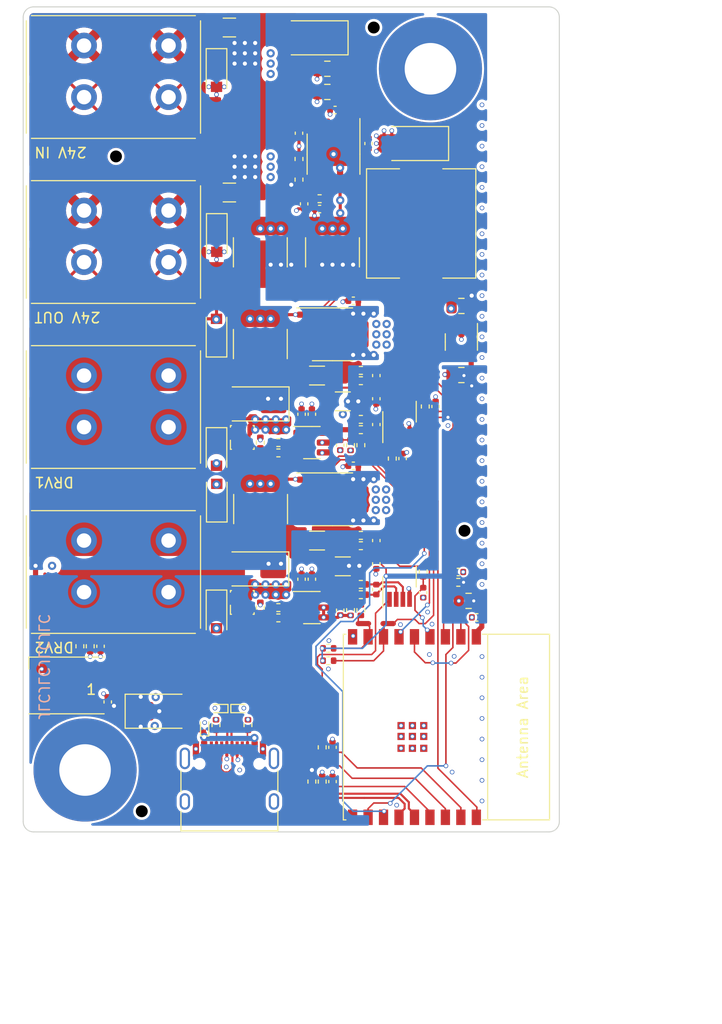
<source format=kicad_pcb>
(kicad_pcb (version 20221018) (generator pcbnew)
  (layers (0 "F.Cu" signal) (1 "In1.Cu" signal) (2 "In2.Cu" signal) (31 "B.Cu" signal) (34 "B.Paste" user) (35 "F.Paste" user) (36 "B.SilkS" user "B.Silkscreen") (37 "F.SilkS" user "F.Silkscreen") (38 "B.Mask" user) (39 "F.Mask" user) (44 "Edge.Cuts" user))
  (net 0 "")
  (net 1 "GND")
  (net 2 "+5V")
  (net 3 "/Driver 1/IMON")
  (net 4 "/Driver 2/IMON")
  (net 5 "/Power/5V_COMP")
  (net 6 "VBUS")
  (net 7 "Net-(C503-Pad1)")
  (net 8 "/Power/5V_SS")
  (net 9 "/Power/5V_PH")
  (net 10 "/Power/5V_BOOT")
  (net 11 "+3V3")
  (net 12 "/MCU/EN")
  (net 13 "/MCU/24V_MEAS")
  (net 14 "/MCU/5V_MEAS")
  (net 15 "/Connectors/USB_D-")
  (net 16 "/Connectors/USB_D+")
  (net 17 "+24V")
  (net 18 "/Connectors/DRV1-")
  (net 19 "/Connectors/DRV2-")
  (net 20 "/MCU/LED")
  (net 21 "/Connectors/USB_CC1")
  (net 23 "/Connectors/USB_CC2")
  (net 25 "/Driver 1/PWM")
  (net 26 "/Driver 1/GATEH")
  (net 27 "/Driver 1/GATE")
  (net 28 "/Driver 1/GATEL")
  (net 29 "/Driver 1/ISENSE")
  (net 30 "/Driver 2/PWM")
  (net 31 "/Driver 2/GATEH")
  (net 32 "/Driver 2/GATE")
  (net 33 "/Driver 2/GATEL")
  (net 34 "/Driver 2/ISENSE")
  (net 35 "/Power/5V_VSENSE")
  (net 36 "/MCU/IO8_STRAP")
  (net 37 "/MCU/IO9_STRAP")
  (net 40 "/Driver 1/ISENSE+")
  (net 41 "/Driver 1/ISENSE-")
  (net 42 "/Connectors/DRV1+")
  (net 43 "/Driver 2/ISENSE+")
  (net 44 "/Driver 2/ISENSE-")
  (net 45 "/Connectors/DRV2+")
  (net 46 "/Driver 1/24V_SWITCHED")
  (net 47 "/Driver 2/24V_SWITCHED")
  (net 48 "/Driver 1/ENABLE")
  (net 49 "/Driver 2/ENABLE")
  (net 51 "/Power/24V_FILT")
  (net 52 "/Connectors/24V_1")
  (net 53 "/Connectors/24V_2")
  (net 54 "/Driver 1/STAT")
  (net 55 "/Driver 2/STAT")
  (net 56 "/Driver 1/DRVSENSE-")
  (net 57 "/Driver 1/DRVSENSE+")
  (net 58 "/Driver 1/DRVMON")
  (net 59 "/Driver 2/DRVSENSE-")
  (net 60 "/Driver 2/DRVSENSE+")
  (net 61 "/Driver 2/DRVMON")
  (net 62 "/Driver 1/DRVSENSE")
  (net 63 "/Driver 2/DRVSENSE")
  (net 66 "/Driver 1/+5V_DRV")
  (net 67 "/Driver 2/+5V_DRV")
  (net 68 "/Driver 1/PWM_FILT")
  (net 69 "/Driver 2/PWM_FILT")
  (footprint "Capacitor_SMD:C_0402_1005Metric" (layer "F.Cu") (at 128.75 64.6 180)
    (fp_text reference "C501" hide)
    (fp_text value "6.8nF")
  )
  (footprint "Fuse:Fuse_1206_3216Metric" (layer "F.Cu") (at 120 47 180)
    (fp_text reference "F401" hide)
    (fp_text value "0501010.WR1")
  )
  (footprint "Capacitor_SMD:C_0402_1005Metric" (layer "F.Cu") (at 126.75 57.25 -90)
    (fp_text reference "C506" hide)
    (fp_text value "8.2nF")
  )
  (footprint "Resistor_SMD:R_0402_1005Metric" (layer "F.Cu") (at 124.75 104.25)
    (fp_text reference "R309" hide)
    (fp_text value "1Ohm")
  )
  (footprint "Resistor_SMD:R_0402_1005Metric" (layer "F.Cu") (at 129.6 108.4 180)
    (fp_text reference "R601" hide)
    (fp_text value "100kOhm")
  )
  (footprint "Capacitor_SMD:C_0402_1005Metric" (layer "F.Cu") (at 107.5 107 -90)
    (fp_text reference "C605" hide)
    (fp_text value "100nF")
  )
  (footprint "Capacitor_SMD:C_0402_1005Metric" (layer "F.Cu") (at 138.8 101.8 -90)
    (fp_text reference "C308" hide)
    (fp_text value "6.8nF")
  )
  (footprint "Capacitor_SMD:C_0402_1005Metric" (layer "F.Cu") (at 144 104.2 180)
    (fp_text reference "C603" hide)
    (fp_text value "100nF")
  )
  (footprint "Resistor_SMD:R_0402_1005Metric" (layer "F.Cu") (at 131.75 87.5 90)
    (fp_text reference "R202" hide)
    (fp_text value "100kOhm")
  )
  (footprint "Resistor_SMD:R_0402_1005Metric" (layer "F.Cu") (at 126.75 61.75 -90)
    (fp_text reference "R502" hide)
    (fp_text value "10.2kOhm")
  )
  (footprint "Resistor_SMD:R_0402_1005Metric" (layer "F.Cu") (at 132.75 101 180)
    (fp_text reference "R307" hide)
    (fp_text value "1Ohm")
  )
  (footprint "Capacitor_SMD:C_0402_1005Metric" (layer "F.Cu") (at 128 84.5 90)
    (fp_text reference "C203" hide)
    (fp_text value "1uF")
  )
  (footprint "project:MountingHole_5mm_Keepout" (layer "F.Cu") (at 139.5 51)
    (fp_text reference "H105" hide)
    (fp_text value "MountingHole")
  )
  (footprint "Capacitor_SMD:C_0805_2012Metric" (layer "F.Cu") (at 142.5 80.7 180)
    (fp_text reference "C508" hide)
    (fp_text value "10u")
  )
  (footprint "Resistor_SMD:R_0402_1005Metric" (layer "F.Cu") (at 128.75 63.6)
    (fp_text reference "R501" hide)
    (fp_text value "121kOhm")
  )
  (footprint "Capacitor_SMD:C_0805_2012Metric" (layer "F.Cu") (at 142.5 74 180)
    (fp_text reference "C507" hide)
    (fp_text value "10u")
  )
  (footprint "Capacitor_SMD:C_0402_1005Metric" (layer "F.Cu") (at 133.5 58.25 90)
    (fp_text reference "C509" hide)
    (fp_text value "100nF")
  )
  (footprint "Capacitor_SMD:C_0402_1005Metric" (layer "F.Cu") (at 132.02 73.5 180)
    (fp_text reference "C201" hide)
    (fp_text value "100nF")
  )
  (footprint "Capacitor_SMD:C_0402_1005Metric" (layer "F.Cu") (at 134.25 83 -90)
    (fp_text reference "C210" hide)
    (fp_text value "100nF")
  )
  (footprint "project:JLCPCB tooling hole" (layer "F.Cu") (at 142.8 95.8)
    (fp_text reference "H101" hide)
    (fp_text value "ToolingHole")
  )
  (footprint "Diode_SMD:D_SMA" (layer "F.Cu") (at 137.75 58.25 180)
    (fp_text reference "D503" hide)
    (fp_text value "SS54")
  )
  (footprint "Package_SO:SOIC-8_3.9x4.9mm_P1.27mm" (layer "F.Cu") (at 130 76.75)
    (fp_text reference "U201" hide)
    (fp_text value "NCV8460A")
  )
  (footprint "Package_SO:SOIC-8-1EP_3.9x4.9mm_P1.27mm_EP2.29x3mm" (layer "F.Cu") (at 130.1 59.28 -90)
    (fp_text reference "U501" hide)
    (fp_text value "TPS54332DDAR")
  )
  (footprint "Capacitor_SMD:C_2220_5750Metric" (layer "F.Cu") (at 123.025748 93.694252 90)
    (fp_text reference "C307" hide)
    (fp_text value "47uF")
  )
  (footprint "Capacitor_SMD:C_0402_1005Metric" (layer "F.Cu") (at 140 83.75 90)
    (fp_text reference "C208" hide)
    (fp_text value "6.8nF")
  )
  (footprint "Capacitor_SMD:C_0402_1005Metric" (layer "F.Cu") (at 130 116.8 90)
    (fp_text reference "C309" hide)
    (fp_text value "6.8nF")
  )
  (footprint "Capacitor_SMD:C_0402_1005Metric" (layer "F.Cu") (at 134.25 80.75 -90)
    (fp_text reference "C206" hide)
    (fp_text value "~")
  )
  (footprint "Resistor_SMD:R_0402_1005Metric" (layer "F.Cu") (at 118.7 114.64 90)
    (fp_text reference "R401" hide)
    (fp_text value "5.1kOhm")
  )
  (footprint "Capacitor_SMD:C_0402_1005Metric" (layer "F.Cu") (at 134.25 96.75 -90)
    (fp_text reference "C306" hide)
    (fp_text value "~")
  )
  (footprint "NetTie:NetTie-2_SMD_Pad0.5mm" (layer "F.Cu") (at 135.4 104.8)
    (fp_text reference "NT601" hide)
    (fp_text value "NetTie_2" hide)
  )
  (footprint "Resistor_SMD:R_1206_3216Metric" (layer "F.Cu") (at 128.5 96.75)
    (fp_text reference "R306" hide)
    (fp_text value "3mR 1%")
  )
  (footprint "Capacitor_SMD:C_0402_1005Metric" (layer "F.Cu") (at 136.8 88.8 90)
    (fp_text reference "C209" hide)
    (fp_text value "6.8nF")
  )
  (footprint "Resistor_SMD:R_0402_1005Metric" (layer "F.Cu") (at 135.8 88.8 -90)
    (fp_text reference "R213" hide)
    (fp_text value "5.1kOhm")
  )
  (footprint "Resistor_SMD:R_0402_1005Metric" (layer "F.Cu") (at 132.75 96.25 180)
    (fp_text reference "R304" hide)
    (fp_text value "1Ohm")
  )
  (footprint "Package_SO:VSSOP-8_3.0x3.0mm_P0.65mm" (layer "F.Cu") (at 136.5 100.25 90)
    (fp_text reference "U303" hide)
    (fp_text value "INA2180A2IDGKR")
  )
  (footprint "Capacitor_SMD:C_2220_5750Metric" (layer "F.Cu") (at 123 77.694252 90)
    (fp_text reference "C207" hide)
    (fp_text value "47uF")
  )
  (footprint "Resistor_SMD:R_0402_1005Metric" (layer "F.Cu") (at 123 87.25 -90)
    (fp_text reference "R211" hide)
    (fp_text value "100kOhm")
  )
  (footprint "Diode_SMD:D_SMA" (layer "F.Cu") (at 113.4 113.3)
    (fp_text reference "D502" hide)
    (fp_text value "SS54")
  )
  (footprint "Capacitor_SMD:C_0402_1005Metric" (layer "F.Cu") (at 142.2 99.8)
    (fp_text reference "C601" hide)
    (fp_text value "100nF")
  )
  (footprint "project:WAGO-2604-1102" (layer "F.Cu") (at 110 83.25 -90)
    (fp_text reference "J402" hide)
    (fp_text value "2604-1102")
  )
  (footprint "Capacitor_SMD:C_0805_2012Metric" (layer "F.Cu") (at 129.5 53.25 180)
    (fp_text reference "C502" hide)
    (fp_text value "10uF")
  )
  (footprint "Capacitor_SMD:C_0402_1005Metric" (layer "F.Cu") (at 134.25 85.5 90)
    (fp_text reference "C205" hide)
    (fp_text value "~")
  )
  (footprint "Resistor_SMD:R_0402_1005Metric" (layer "F.Cu") (at 129.6 107.2 180)
    (fp_text reference "R602" hide)
    (fp_text value "100kOhm")
  )
  (footprint "project:D_SOD-123S" (layer "F.Cu") (at 118.75 88 -90)
    (fp_text reference "D407" hide)
    (fp_text value "SJD12A28L01")
  )
  (footprint "Capacitor_SMD:C_0402_1005Metric" (layer "F.Cu") (at 108.2 112.4 90)
    (fp_text reference "C604" hide)
    (fp_text value "100nF")
  )
  (footprint "Inductor_SMD:L_10.4x10.4_H4.8" (layer "F.Cu") (at 138.6 66 -90)
    (fp_text reference "L501" hide)
    (fp_text value "SDSL10D40F-3R8Y")
  )
  (footprint "project:D_SOD-123S" (layer "F.Cu") (at 118.75 51.25 -90)
    (fp_text reference "D404" hide)
    (fp_text value "SJD12A28L01")
  )
  (footprint "Package_SO:SOIC-8_3.9x4.9mm_P1.27mm" (layer "F.Cu") (at 130 92.75)
    (fp_text reference "U301" hide)
    (fp_text value "NCV8460A")
  )
  (footprint "Package_SO:VSSOP-8_3.0x3.0mm_P0.65mm" (layer "F.Cu") (at 136.5 84.25 90)
    (fp_text reference "U203" hide)
    (fp_text value "INA2180A2IDGKR")
  )
  (footprint "project:CSD17571Q2" (layer "F.Cu") (at 121.25 102.75 90)
    (fp_text reference "Q301" hide)
    (fp_text value "CSD17571Q2" hide)
  )
  (footprint "project:WAGO-2604-1102" (layer "F.Cu") (at 110 99.25 -90)
    (fp_text reference "J403" hide)
    (fp_text value "2604-1102")
  )
  (footprint "LED_SMD:LED_WS2812B_PLCC4_5.0x5.0mm_P3.2mm" (layer "F.Cu") (at 104.2 110.8 180)
    (fp_text reference "D601" hide)
    (fp_text value "WS2812B")
  )
  (footprint "Resistor_SMD:R_0402_1005Metric" (layer "F.Cu") (at 139 83.75 -90)
    (fp_text reference "R212" hide)
    (fp_text value "5.1kOhm")
  )
  (footprint "Resistor_SMD:R_0402_1005Metric" (layer "F.Cu") (at 121.8 114.64 90)
    (fp_text reference "R402" hide)
    (fp_text value "5.1kOhm")
  )
  (footprint "Resistor_SMD:R_0402_1005Metric" (layer "F.Cu") (at 124.75 103.25 180)
    (fp_text reference "R308" hide)
    (fp_text value "1Ohm")
  )
  (footprint "Resistor_SMD:R_0402_1005Metric" (layer "F.Cu") (at 124.75 88.25)
    (fp_text reference "R209" hide)
    (fp_text value "1Ohm")
  )
  (footprint "Capacitor_SMD:C_0402_1005Metric" (layer "F.Cu") (at 130.25 55 180)
    (fp_text reference "C505" hide)
    (fp_text value "1uF")
  )
  (footprint "Capacitor_SMD:C_0402_1005Metric" (layer "F.Cu") (at 134.25 99 -90)
    (fp_text reference "C310" hide)
    (fp_text value "100nF")
  )
  (footprint "Fuse:Fuse_1206_3216Metric" (layer "F.Cu") (at 120 63 180)
    (fp_text reference "F402" hide)
    (fp_text value "0501010.WR1")
  )
  (footprint "project:JLCPCB tooling hole" (layer "F.Cu") (at 134 47)
    (fp_text reference "H104" hide)
    (fp_text value "ToolingHole")
  )
  (footprint "Resistor_SMD:R_0402_1005Metric" (layer "F.Cu") (at 132.75 103.5 90)
    (fp_text reference "R301" hide)
    (fp_text value "1Ohm")
  )
  (footprint "project:D_SOD-123S" (layer "F.Cu") (at 118.775748 67.25 -90)
    (fp_text reference "D409" hide)
    (fp_text value "SJD12A28L01")
  )
  (footprint "Resistor_SMD:R_0402_1005Metric" (layer "F.Cu") (at 106.5 107 90)
    (fp_text reference "R605" hide)
    (fp_text value "1.96kOhm")
  )
  (footprint "Capacitor_SMD:C_0402_1005Metric" (layer "F.Cu") (at 130.75 103.5 -90)
    (fp_text reference "C302" hide)
    (fp_text value "~")
  )
  (footprint "Capacitor_SMD:C_0805_2012Metric" (layer "F.Cu") (at 129.5 51 180)
    (fp_text reference "C504" hide)
    (fp_text value "10uF")
  )
  (footprint "Resistor_SMD:R_0402_1005Metric" (layer "F.Cu") (at 132.75 102 180)
    (fp_text reference "R303" hide)
    (fp_text value "1Ohm")
  )
  (footprint "Capacitor_SMD:C_2220_5750Metric" (layer "F.Cu") (at 123 68.8 90)
    (fp_text reference "C511" hide)
    (fp_text value "47uF")
  )
  (footprint "Resistor_SMD:R_0402_1005Metric" (layer "F.Cu") (at 129 116.8 -90)
    (fp_text reference "R313" hide)
    (fp_text value "5.1kOhm")
  )
  (footprint "project:JLCPCB tooling hole" (layer "F.Cu") (at 109 59.5)
    (fp_text reference "H102" hide)
    (fp_text value "ToolingHole")
  )
  (footprint "Capacitor_SMD:C_0402_1005Metric" (layer "F.Cu") (at 134.25 101.5 90)
    (fp_text reference "C305" hide)
    (fp_text value "~")
  )
  (footprint "Capacitor_SMD:C_0402_1005Metric" (layer "F.Cu") (at 127 84.5 90)
    (fp_text reference "C204" hide)
    (fp_text value "100nF")
  )
  (footprint "project:JLCPCB tooling hole" (layer "F.Cu") (at 111.5 123)
    (fp_text reference "H103" hide)
    (fp_text value "ToolingHole")
  )
  (footprint "Resistor_SMD:R_1206_3216Metric" (layer "F.Cu") (at 131 83.25 180)
    (fp_text reference "R205" hide)
    (fp_text value "3mR 1%")
  )
  (footprint "project:WAGO-2604-1102" (layer "F.Cu") (at 110 67.25 -90)
    (fp_text reference "J404" hide)
    (fp_text value "2604-1102")
  )
  (footprint "Resistor_SMD:R_0402_1005Metric" (layer "F.Cu") (at 132.75 81.25 180)
    (fp_text reference "R210" hide)
    (fp_text value "1Ohm")
  )
  (footprint "Resistor_SMD:R_0402_1005Metric" (layer "F.Cu") (at 123 103.25 -90)
    (fp_text reference "R311" hide)
    (fp_text value "100kOhm")
  )
  (footprint "Resistor_SMD:R_0402_1005Metric" (layer "F.Cu") (at 132.75 80.25 180)
    (fp_text reference "R204" hide)
    (fp_text value "1Ohm")
  )
  (footprint "Package_TO_SOT_SMD:SOT-23-6" (layer "F.Cu") (at 128 103.25)
    (fp_text reference "U302" hide)
    (fp_text value "UCC27511DBVR")
  )
  (footprint "PCM_Espressif:ESP32-C3-WROOM-02" (layer "F.Cu") (at 138.05 114.834252 -90)
    (fp_text reference "U601" hide)
    (fp_text value "ESP32-C3-WROOM-02")
  )
  (footprint "project:WAGO-2604-1102" (layer "F.Cu") (at 110 51.25 -90)
    (fp_text reference "J401" hide)
    (fp_text value "2604-1102")
  )
  (footprint "Resistor_SMD:R_0402_1005Metric" (layer "F.Cu") (at 132.75 87.5 90)
    (fp_text reference "R201" hide)
    (fp_text value "1Ohm")
  )
  (footprint "Capacitor_SMD:C_0402_1005Metric" (layer "F.Cu") (at 130.75 87.5 -90)
    (fp_text reference "C202" hide)
    (fp_text value "~")
  )
  (footprint "Diode_SMD:D_SOD-923" (layer "F.Cu") (at 121 113.04)
    (fp_text reference "D402" hide)
    (fp_text value "ESD9L3.3ST5G")
  )
  (footprint "project:D_SOD-123S" (layer "F.Cu") (at 118.75 103.75 -90)
    (fp_text reference "D408" hide)
    (fp_text value "SJD12A28L01")
  )
  (footprint "Capacitor_SMD:C_0402_1005Metric" (layer "F.Cu") (at 127.25 64.1 -90)
    (fp_text reference "C503" hide)
    (fp_text value "220pF")
  )
  (footprint "Diode_SMD:D_SOD-923" (layer "F.Cu") (at 117.6 114.84 90)
    (fp_text reference "D401" hide)
    (fp_text value "ESD9X5.0ST5G")
  )
  (footprint "Resistor_SMD:R_1206_3216Metric" (layer "F.Cu") (at 131 99.25 180)
    (fp_text reference "R305" hide)
    (fp_text value "3mR 1%")
  )
  (footprint "Package_TO_SOT_SMD:SOT-23-6" (layer "F.Cu") (at 128 87.25)
    (fp_text reference "U202" hide)
    (fp_text value "UCC27511DBVR")
  )
  (footprint "Resistor_SMD:R_0402_1005Metric" (layer "F.Cu") (at 142.2 100.8)
    (fp_text reference "R603" hide)
    (fp_text value "100kOhm")
  )
  (footprint "Resistor_SMD:R_0402_1005Metric" (layer "F.Cu") (at 131.75 103.5 90)
    (fp_text reference "R302" hide)
    (fp_text value "100kOhm")
  )
  (footprint "Resistor_SMD:R_0402_1005Metric" (layer "F.Cu") (at 126.75 59.75 -90)
    (fp_text reference "R503" hide)
    (fp_text value "1.96kOhm")
  )
  (footprint "Capacitor_SMD:C_2220_5750Metric" (layer "F.Cu") (at 130 68.8 90)
    (fp_text reference "C510" hide)
    (fp_text value "47uF")
  )
  (footprint "Capacitor_SMD:C_0402_1005Metric" (layer "F.Cu") (at 130 120.12 90)
    (fp_text reference "C606" hide)
    (fp_text value "100nF")
  )
  (footprint "Resistor_SMD:R_0402_1005Metric" (layer "F.Cu") (at 132.75 97.25 180)
    (fp_text reference "R310" hide)
    (fp_text value "1Ohm")
  )
  (footprint "Capacitor_SMD:C_0805_2012Metric" (layer "F.Cu") (at 143.2 102.6 180)
    (fp_text reference "C602" hide)
    (fp_text value "10uF")
  )
  (footprint "NetTie:NetTie-2_SMD_Pad0.5mm" (layer "F.Cu") (at 133 104.8 180)
    (fp_text reference "NT602" hide)
    (fp_text value "NetTie_2" hide)
  )
  (footprint "project:MountingHole_5mm_Keepout" (layer "F.Cu") (at 106 119)
    (fp_text reference "H106" hide)
    (fp_text value "MountingHole")
  )
  (footprint "Package_TO_SOT_SMD:SOT-23-5" (layer "F.Cu") (at 142.5 77.5 -90)
    (fp_text reference "U502" hide)
    (fp_text value "AP2112K-3.3")
  )
  (footprint "Capacitor_SMD:C_0402_1005Metric" (layer "F.Cu") (at 128 100.5 90)
    (fp_text reference "C303" hide)
    (fp_text value "1uF")
  )
  (footprint "Diode_SMD:D_SMA" (layer "F.Cu") (at 128 48 180)
    (fp_text reference "D501" hide)
    (fp_text value "SS54")
  )
  (footprint "Diode_SMD:D_SMA" (layer "F.Cu") (at 122.25 99.5 180)
    (fp_text reference "D301" hide)
    (fp_text value "SS54")
  )
  (footprint "Capacitor_SMD:C_0402_1005Metric" (layer "F.Cu") (at 132.02 89.5 180)
    (fp_text reference "C301" hide)
    (fp_text value "100nF")
  )
  (footprint "project:CSD17571Q2" (layer "F.Cu") (at 121.25 86.75 90)
    (fp_text reference "Q201" hide)
    (fp_text value "CSD17571Q2" hide)
  )
  (footprint "Capacitor_SMD:C_0402_1005Metric" (layer "F.Cu") (at 127 100.5 90)
    (fp_text reference "C304" hide)
    (fp_text value "100nF")
  )
  (footprint "Resistor_SMD:R_0402_1005Metric" (layer "F.Cu") (at 105.5 107 -90)
    (fp_text reference "R604" hide)
    (fp_text value "100kOhm")
  )
  (footprint "Resistor_SMD:R_0402_1005Metric" (layer "F.Cu") (at 132.75 85 180)
    (fp_text reference "R207" hide)
    (fp_text value "1Ohm")
  )
  (footprint "Resistor_SMD:R_0402_1005Metric" (layer "F.Cu") (at 138.8 99.75 -90)
    (fp_text reference "R312" hide)
    (fp_text value "5.1kOhm")
  )
  (footprint "Connector_USB:USB_C_Receptacle_HRO_TYPE-C-31-M-12" (layer "F.Cu") (at 120 121)
    (fp_text reference "P401" hide)
    (fp_text value "TYPE-C-31-M-12")
  )
  (footprint "project:D_SOD-123S" (layer "F.Cu") (at 118.775748 92.75 90)
    (fp_text reference "D406" hide)
    (fp_text value "SJD12A28L01")
  )
  (footprint "Diode_SMD:D_SMA" (layer "F.Cu") (at 122.275748 83.5 180)
    (fp_text reference "D201" hide)
    (fp_text value "SS54")
  )
  (footprint "project:D_SOD-123S" (layer "F.Cu") (at 118.75 76.75 90)
    (fp_text reference "D405" hide)
    (fp_text value "SJD12A28L01")
  )
  (footprint "Resistor_SMD:R_0402_1005Metric" (layer "F.Cu") (at 132.75 86 180)
    (fp_text reference "R203" hide)
    (fp_text value "1Ohm")
  )
  (footprint "Resistor_SMD:R_0402_1005Metric" (layer "F.Cu") (at 129 120.12 -90)
    (fp_text reference "R607" hide)
    (fp_text value "10.2kOhm")
  )
  (footprint "Resistor_SMD:R_0402_1005Metric" (layer "F.Cu") (at 124.75 87.25 180)
    (fp_text reference "R208" hide)
    (fp_text value "1Ohm")
  )
  (footprint "Resistor_SMD:R_0402_1005Metric" (layer "F.Cu") (at 128 120.12 90)
    (fp_text reference "R606" hide)
    (fp_text value "100kOhm")
  )
  (footprint "Resistor_SMD:R_1206_3216Metric" (layer "F.Cu") (at 128.5 80.75)
    (fp_text reference "R206" hide)
    (fp_text value "3mR 1%")
  )
  (footprint "Diode_SMD:D_SOD-923" (layer "F.Cu") (at 119 113.04 180)
    (fp_text reference "D403" hide)
    (fp_text value "ESD9L3.3ST5G")
  )
  (gr_line (start 100 124) (end 100 46) (stroke (width 0.1)) (layer "Edge.Cuts"))
  (gr_arc (start 101.000001 124.999999) (mid 100.292894 124.707106) (end 100.000001 123.999999) (stroke (width 0.1)) (layer "Edge.Cuts"))
  (gr_arc (start 151.999999 123.999999) (mid 151.707106 124.707106) (end 150.999999 124.999999) (stroke (width 0.1)) (layer "Edge.Cuts"))
  (gr_line (start 101 45) (end 151 45) (stroke (width 0.1)) (layer "Edge.Cuts"))
  (gr_arc (start 100 46) (mid 100.292893 45.292893) (end 101 45) (stroke (width 0.1)) (layer "Edge.Cuts"))
  (gr_arc (start 150.999999 45.000001) (mid 151.707106 45.292894) (end 151.999999 46.000001) (stroke (width 0.1)) (layer "Edge.Cuts"))
  (gr_line (start 152 46) (end 152 124) (stroke (width 0.1)) (layer "Edge.Cuts"))
  (gr_line (start 151 125) (end 101 125) (stroke (width 0.1)) (layer "Edge.Cuts"))
  (gr_text "PWM" (at 121.1 110.9) (layer "F.Cu" knockout) (effects (font (size 1.5 1.5) (thickness 0.1875)) (justify left bottom)))
  (gr_text "r1" (at 126.3 111) (layer "F.Cu") (effects (font (size 1 1)) (justify left bottom)))
  (gr_text "SARIF" (at 108 110.8) (layer "F.Cu" knockout) (effects (font (size 3 3) (thickness 0.4)) (justify left bottom)))
  (gr_text "JLCJLCJLCJLC" (at 102 109 -90) (layer "B.SilkS") (effects (font (size 1 1)) (justify mirror)))
  (gr_text "DRV1" (at 101 90.5 180) (layer "F.SilkS") (effects (font (size 1 1)) (justify right bottom)))
  (gr_text "DRV2" (at 101 106.5 180) (layer "F.SilkS") (effects (font (size 1 1)) (justify right bottom)))
  (gr_text "24V OUT" (at 101 74.5 180) (layer "F.SilkS") (effects (font (size 1 1)) (justify right bottom)))
  (gr_text "24V IN" (at 101 58.5 180) (layer "F.SilkS") (effects (font (size 1 1)) (justify right bottom)))
  (segment (start 107.5 107.48) (end 107.5 108) (width 0.3) (layer "F.Cu") (net 1))
  (segment (start 130.735 63.735) (end 130.75 63.75) (width 0.3) (layer "F.Cu") (net 1))
  (segment (start 130 116.32) (end 130 116) (width 0.3) (layer "F.Cu") (net 1))
  (segment (start 134.2 100) (end 134.2 99.53) (width 0.3) (layer "F.Cu") (net 1))
  (segment (start 121.900001 86.654999) (end 121.900001 86) (width 0.3) (layer "F.Cu") (net 1))
  (segment (start 121.899999 101.600001) (end 122.5 101) (width 0.3) (layer "F.Cu") (net 1))
  (segment (start 127.27 64.6) (end 127.25 64.58) (width 0.3) (layer "F.Cu") (net 1))
  (segment (start 118.775748 68.75) (end 118 68.75) (width 0.3) (layer "F.Cu") (net 1))
  (segment (start 123 102.74) (end 123 103) (width 0.3) (layer "F.Cu") (net 1))
  (segment (start 134.2 83.53) (end 134.25 83.48) (width 0.3) (layer "F.Cu") (net 1))
  (segment (start 129.1375 103.25) (end 129.1375 104.2) (width 0.3) (layer "F.Cu") (net 1))
  (segment (start 130.75 63.75) (end 130.75 65) (width 0.3) (layer "F.Cu") (net 1))
  (segment (start 118.58 113.04) (end 118.58 113.02) (width 0.3) (layer "F.Cu") (net 1))
  (segment (start 135 58.25) (end 134.25 59) (width 0.3) (layer "F.Cu") (net 1))
  (segment (start 126.75 59.24) (end 126.75 58.5) (width 0.3) (layer "F.Cu") (net 1))
  (segment (start 123 75.144252) (end 123 75.25) (width 0.3) (layer "F.Cu") (net 1))
  (segment (start 121.42 113.04) (end 121.42 113.02) (width 0.3) (layer "F.Cu") (net 1))
  (segment (start 142.5 76.3625) (end 142.5 77.25) (width 0.3) (layer "F.Cu") (net 1))
  (segment (start 118.775748 69.474252) (end 118.75 69.5) (width 0.3) (layer "F.Cu") (net 1))
  (segment (start 141.55 80.7) (end 141.5 80.65) (width 0.5) (layer "F.Cu") (net 1))
  (segment (start 128.55 53.25) (end 128.55 54.15) (width 0.3) (layer "F.Cu") (net 1))
  (segment (start 129.05 88.2) (end 129 88.25) (width 0.3) (layer "F.Cu") (net 1))
  (segment (start 141.5 80.65) (end 140.9 80.65) (width 0.5) (layer "F.Cu") (net 1))
  (segment (start 134.2 84) (end 134.2 83.53) (width 0.3) (layer "F.Cu") (net 1))
  (segment (start 121.900001 101.775) (end 121.899999 101.774998) (width 0.3) (layer "F.Cu") (net 1))
  (segment (start 106.5 107.51) (end 106.5 108) (width 0.3) (layer "F.Cu") (net 1))
  (segment (start 126.67 64.58) (end 126.5 64.75) (width 0.3) (layer "F.Cu") (net 1))
  (segment (start 129 119.61) (end 129 119.2) (width 0.3) (layer "F.Cu") (net 1))
  (segment (start 130 119.64) (end 130 119.2) (width 0.3) (layer "F.Cu") (net 1))
  (segment (start 107.8 111.6) (end 108.12 111.92) (width 0.3) (layer "F.Cu") (net 1))
  (segment (start 127 100.02) (end 127 99.5) (width 0.3) (layer "F.Cu") (net 1))
  (segment (start 130.75 65) (end 130.75 66.25) (width 0.3) (layer "F.Cu") (net 1))
  (segment (start 108.12 111.92) (end 108.2 111.92) (width 0.3) (layer "F.Cu") (net 1))
  (segment (start 127.525 90.845) (end 126.445 90.845) (width 0.3) (layer "F.Cu") (net 1))
  (segment (start 118.775748 68.75) (end 118.775748 69.474252) (width 0.3) (layer "F.Cu") (net 1))
  (segment (start 123 86.74) (end 123 87) (width 0.3) (layer "F.Cu") (net 1))
  (segment (start 118.75 52.75) (end 118.75 53.5) (width 0.3) (layer "F.Cu") (net 1))
  (segment (start 118.75 75.28) (end 118.724252 75.305748) (width 0.3) (layer "F.Cu") (net 1))
  (segment (start 137.475 86.45) (end 137.475 85.475) (width 0.3) (layer "F.Cu") (net 1))
  (segment (start 131.1 73.5) (end 131 73.6) (width 0.3) (layer "F.Cu") (net 1))
  (segment (start 131.54 73.5) (end 131.1 73.5) (width 0.3) (layer "F.Cu") (net 1))
  (segment (start 118.75 52.75) (end 118 52.75) (width 0.3) (layer "F.Cu") (net 1))
  (segment (start 128 100.02) (end 128 99.5) (width 0.3) (layer "F.Cu") (net 1))
  (segment (start 136.8 88.32) (end 137.08 88.32) (width 0.3) (layer "F.Cu") (net 1))
  (segment (start 122.5 102) (end 121.900001 102) (width 0.3) (layer "F.Cu") (net 1))
  (segment (start 101.75 109.15) (end 101.8 109.2) (width 0.3) (layer "F.Cu") (net 1))
  (segment (start 124.45 90.8) (end 126.4 90.8) (width 0.3) (layer "F.Cu") (net 1))
  (segment (start 121.42 113.02) (end 121.4 113) (width 0.3) (layer "F.Cu") (net 1))
  (segment (start 127 84.02) (end 127 83.5) (width 0.3) (layer "F.Cu") (net 1))
  (segment (start 124.405 74.845) (end 124 75.25) (width 0.3) (layer "F.Cu") (net 1))
  (segment (start 129.77 55) (end 129.77 55.421643) (width 0.3) (layer "F.Cu") (net 1))
  (segment (start 140 82.8) (end 140 83.27) (width 0.3) (layer "F.Cu") (net 1))
  (segment (start 118.775748 68.75) (end 119.5 68.75) (width 0.3) (layer "F.Cu") (net 1))
  (segment (start 131.75 104.01) (end 130.78 104.01) (width 0.3) (layer "F.Cu") (net 1))
  (segment (start 137.08 88.32) (end 137.2 88.2) (width 0.3) (layer "F.Cu") (net 1))
  (segment (start 128.55 51.95) (end 128.5 52) (width 0.3) (layer "F.Cu") (net 1))
  (segment (start 117.6 114.42) (end 117.6 114.4) (width 0.3) (layer "F.Cu") (net 1))
  (segment (start 128.55 54.15) (end 128.5 54.2) (width 0.3) (layer "F.Cu") (net 1))
  (segment (start 121.900001 86) (end 121.900001 85.775) (width 0.3) (layer "F.Cu") (net 1))
  (segment (start 130.75 103.98) (end 130.78 104.01) (width 0.3) (layer "F.Cu") (net 1))
  (segment (start 137.475 102.45) (end 137.475 101.475) (width 0.3) (layer "F.Cu") (net 1))
  (segment (start 135.75 58.25) (end 135 57.5) (width 0.3) (layer "F.Cu") (net 1))
  (segment (start 131.95 106.05) (end 132 106) (width 0.3) (layer "F.Cu") (net 1))
  (segment (start 130.75 103.98) (end 130.53 104.2) (width 0.3) (layer "F.Cu") (net 1))
  (segment (start 121.899999 85.774998) (end 121.899999 85.600001) (width 0.3) (layer "F.Cu") (net 1))
  (segment (start 127.25 64.58) (end 126.67 64.58) (width 0.3) (layer "F.Cu") (net 1))
  (segment (start 130.735 60.6) (end 130.735 59.915) (width 0.3) (layer "F.Cu") (net 1))
  (segment (start 131.1 89.5) (end 131 89.6) (width 0.3) (layer "F.Cu") (net 1))
  (segment (start 135 58.25) (end 134.25 57.5) (width 0.3) (layer "F.Cu") (net 1))
  (segment (start 126.405 74.845) (end 124.405 74.845) (width 0.3) (layer "F.Cu") (net 1))
  (segment (start 137.475 85.475) (end 137.4 85.4) (width 0.3) (layer "F.Cu") (net 1))
  (segment (start 128.55 51) (end 128.55 51.95) (width 0.3) (layer "F.Cu") (net 1))
  (segment (start 128.27 64.6) (end 127.27 64.6) (width 0.3) (layer "F.Cu") (net 1))
  (segment (start 126.405 74.845) (end 127.525 74.845) (width 0.3) (layer "F.Cu") (net 1))
  (segment (start 118.75 52.75) (end 119.5 52.75) (width 0.3) (layer "F.Cu") (net 1))
  (segment (start 131.95 106.084252) (end 131.95 106.05) (width 0.3) (layer "F.Cu") (net 1))
  (segment (start 121.900001 86) (end 122.5 86) (width 0.3) (layer "F.Cu") (net 1))
  (segment (start 130.53 104.2) (end 129.1375 104.2) (width 0.3) (layer "F.Cu") (net 1))
  (segment (start 131.54 89.5) (end 131.1 89.5) (width 0.3) (layer "F.Cu") (net 1))
  (segment (start 130.75 66.25) (end 131 66.5) (width 0.3) (layer "F.Cu") (net 1))
  (segment (start 129.1375 87.25) (end 129 87.25) (width 0.3) (layer "F.Cu") (net 1))
  (segment (start 130.735 59.915) (end 130.1 59.28) (width 0.3) (layer "F.Cu") (net 1))
  (segment (start 121.900001 102.654999) (end 121.900001 102) (width 0.3) (layer "F.Cu") (net 1))
  (segment (start 121.899999 101.774998) (end 121.899999 101.600001) (width 0.3) (layer "F.Cu") (net 1))
  (segment (start 128.27 65.23) (end 128.27 64.6) (width 0.3) (layer "F.Cu") (net 1))
  (segment (start 124 91.25) (end 124.45 90.8) (width 0.3) (layer "F.Cu") (net 1))
  (segment (start 126.75 57.73) (end 126.75 58.5) (width 0.3) (layer "F.Cu") (net 1))
  (segment (start 134.2 99.53) (end 134.25 99.48) (width 0.3) (layer "F.Cu") (net 1))
  (segment (start 121.8 114.13) (end 121.8 114.1) (width 0.3) (layer "F.Cu") (net 1))
  (segment (start 135.75 58.25) (end 135 58.25) (width 0.3) (layer "F.Cu") (net 1))
  (segment (start 121.900001 102) (end 121.900001 101.775) (width 0.3) (layer "F.Cu") (net 1))
  (segment (start 121.900001 85.775) (end 121.899999 85.774998) (width 0.3) (layer "F.Cu") (net 1))
  (segment (start 128 84.02) (end 128 83.5) (width 0.3) (layer "F.Cu") (net 1))
  (segment (start 129.77 55.421643) (end 129.767018 55.424625) (width 0.3) (layer "F.Cu") (net 1))
  (segment (start 130.735 60.6) (end 130.735 63.735) (width 0.3) (layer "F.Cu") (net 1))
  (segment (start 118.58 113.02) (end 118.6 113) (width 0.3) (layer "F.Cu") (net 1))
  (segment (start 126.445 90.845) (end 126.4 90.8) (width 0.3) (layer "F.Cu") (net 1))
  (segment (start 135.75 58.25) (end 134.25 58.25) (width 0.3) (layer "F.Cu") (net 1))
  (segment (start 135 57.5) (end 135 57) (width 0.3) (layer "F.Cu") (net 1))
  (segment (start 135.75 58.25) (end 135.75 57) (width 0.3) (layer "F.Cu") (net 1))
  (segment (start 137.475 101.475) (end 137.4 101.4) (width 0.3) (layer "F.Cu") (net 1))
  (segment (start 118.7 114.13) (end 118.7 114.1) (width 0.3) (layer "F.Cu") (net 1))
  (segment (start 121.899999 85.600001) (end 122.5 85) (width 0.3) (layer "F.Cu") (net 1))
  (segment (start 129 66.5) (end 125 66.5) (width 0.3) (layer "F.Cu") (net 1))
  (segment (start 129.1375 88.2) (end 129.05 88.2) (width 0.3) (layer "F.Cu") (net 1))
  (segment (start 118.75 75.25) (end 118.75 75.28) (width 0.3) (layer "F.Cu") (net 1))
  (segment (start 128.25 65.25) (end 128.27 65.23) (width 0.3) (layer "F.Cu") (net 1))
  (via (at 126.4 90.8) (size 0.45) (drill 0.3) (layers "F.Cu" "B.Cu") (net 1))
  (via (at 131 89.6) (size 0.45) (drill 0.3) (layers "F.Cu" "B.Cu") (net 1))
  (via (at 122 91.25) (size 0.8) (drill 0.4) (layers "F.Cu" "B.Cu") (net 1))
  (via (at 144.5 116) (size 0.45) (drill 0.3) (layers "F.Cu" "B.Cu") (net 1))
  (via (at 127 83.5) (size 0.45) (drill 0.3) (layers "F.Cu" "B.Cu") (net 1))
  (via (at 126.5 64.75) (size 0.45) (drill 0.3) (layers "F.Cu" "B.Cu") (net 1))
  (via (at 123 87) (size 0.45) (drill 0.3) (layers "F.Cu" "B.Cu") (net 1))
  (via (at 142.25 102.6) (size 0.45) (drill 0.3) (layers "F.Cu" "B.Cu") (net 1))
  (via (at 141.2 85.6) (size 0.45) (drill 0.3) (layers "F.Cu" "B.Cu") (net 1))
  (via (at 144.5 118) (size 0.45) (drill 0.3) (layers "F.Cu" "B.Cu") (net 1))
  (via (at 129 66.5) (size 0.8) (drill 0.4) (layers "F.Cu" "B.Cu") (net 1))
  (via (at 107.8 111.6) (size 0.45) (drill 0.3) (layers "F.Cu" "B.Cu") (net 1))
  (via (at 143.52 104.2) (size 0.45) (drill 0.3) (layers "F.Cu" "B.Cu") (net 1))
  (via (at 144.5 83) (size 0.45) (drill 0.3) (layers "F.Cu" "B.Cu") (net 1))
  (via (at 137.75 115.744252) (size 0.45) (drill 0.3) (layers "F.Cu" "B.Cu") (net 1))
  (via (at 144.5 122) (size 0.45) (drill 0.3) (layers "F.Cu" "B.Cu") (net 1))
  (via (at 139.6532 104.8532) (size 0.45) (drill 0.3) (layers "F.Cu" "B.Cu") (net 1))
  (via (at 134.2 91.8) (size 0.8) (drill 0.4) (layers "F.Cu" "B.Cu") (net 1))
  (via (at 130.75 63.75) (size 0.8) (drill 0.4) (layers "F.Cu" "B.Cu") (net 1))
  (via (at 126.75 58.5) (size 0.45) (drill 0.3) (layers "F.Cu" "B.Cu") (net 1))
  (via (at 128.25 65.25) (size 0.45) (drill 0.3) (layers "F.Cu" "B.Cu") (net 1))
  (via (at 106.5 108) (size 0.45) (drill 0.3) (layers "F.Cu" "B.Cu") (net 1))
  (via (at 118.75 105.25) (size 0.8) (drill 0.4) (layers "F.Cu" "B.Cu") (net 1))
  (via (at 130.75 88) (size 0.45) (drill 0.3) (layers "F.Cu" "B.Cu") (net 1))
  (via (at 144.5 112) (size 0.45) (drill 0.3) (layers "F.Cu" "B.Cu") (net 1))
  (via (at 128.5 54.2) (size 0.45) (drill 0.3) (layers "F.Cu" "B.Cu") (net 1))
  (via (at 118.7 114.1) (size 0.45) (drill 0.3) (layers "F.Cu" "B.Cu") (net 1))
  (via (at 122.5 86) (size 0.8) (drill 0.4) (layers "F.Cu" "B.Cu") (net 1))
  (via (at 124 91.25) (size 0.8) (drill 0.4) (layers "F.Cu" "B.Cu") (net 1))
  (via (at 130.78 104.01) (size 0.45) (drill 0.3) (layers "F.Cu" "B.Cu") (net 1))
  (via (at 131 84.5) (size 0.8) (drill 0.4) (layers "F.Cu" "B.Cu") (net 1))
  (via (at 122 75.25) (size 0.8) (drill 0.4) (layers "F.Cu" "B.Cu") (net 1))
  (via (at 123.5 85) (size 0.8) (drill 0.4) (layers "F.Cu" "B.Cu") (net 1))
  (via (at 119.5 68.75) (size 0.45) (drill 0.3) (layers "F.Cu" "B.Cu") (net 1))
  (via (at 144.5 60.5) (size 0.45) (drill 0.3) (layers "F.Cu" "B.Cu") (net 1))
  (via (at 112.850938 111.92962) (size 0.8) (drill 0.4) (layers "F.Cu" "B.Cu") (net 1))
  (via (at 138.85 115.744252) (size 0.45) (drill 0.3) (layers "F.Cu" "B.Cu") (net 1))
  (via (at 134.2 100) (size 0.45) (drill 0.3) (layers "F.Cu" "B.Cu") (net 1))
  (via (at 142.68 99.8) (size 0.45) (drill 0.3) (layers "F.Cu" "B.Cu") (net 1))
  (via (at 129.1375 103.25) (size 0.45) (drill 0.3) (layers "F.Cu" "B.Cu") (net 1))
  (via (at 130 66.5) (size 0.8) (drill 0.4) (layers "F.Cu" "B.Cu") (net 1))
  (via (at 144.5 114) (size 0.45) (drill 0.3) (layers "F.Cu" "B.Cu") (net 1))
  (via (at 135.25 77.75) (size 0.8) (drill 0.4) (layers "F.Cu" "B.Cu") (net 1))
  (via (at 135.2 93.8) (size 0.8) (drill 0.4) (layers "F.Cu" "B.Cu") (net 1))
  (via (at 118.75 53.5) (size 0.45) (drill 0.3) (layers "F.Cu" "B.Cu") (net 1))
  (via (at 144.5 110) (size 0.45) (drill 0.3) (layers "F.Cu" "B.Cu") (net 1))
  (via (at 135 57) (size 0.45) (drill 0.3) (layers "F.Cu" "B.Cu") (net 1))
  (via (at 135.75 57) (size 0.45) (drill 0.3) (layers "F.Cu" "B.Cu") (net 1))
  (via (at 118.6 113) (size 0.45) (drill 0.3) (layers "F.Cu" "B.Cu") (net 1))
  (via (at 118.75 91.305748) (size 0.8) (drill 0.4) (layers "F.Cu" "B.Cu") (net 1))
  (via (at 144.5 108) (size 0.45) (drill 0.3) (layers "F.Cu" "B.Cu") (net 1))
  (via (at 123.5 86) (size 0.8) (drill 0.4) (layers "F.Cu" "B.Cu") (net 1))
  (via (at 118 68.75) (size 0.45) (drill 0.3) (layers "F.Cu" "B.Cu") (net 1))
  (via (at 124 49.5) (size 0.8) (drill 0.4) (layers "F.Cu" "B.Cu") (net 1))
  (via (at 144.5 71) (size 0.45) (drill 0.3) (layers "F.Cu" "B.Cu") (net 1))
  (via (at 128 99.5) (size 0.45) (drill 0.3) (layers "F.Cu" "B.Cu") (net 1))
  (via (at 144.5 99) (size 0.45) (drill 0.3) (layers "F.Cu" "B.Cu") (net 1))
  (via (at 131.75 88) (size 0.45) (drill 0.3) (layers "F.Cu" "B.Cu") (net 1))
  (via (at 144.5 95) (size 0.45) (drill 0.3) (layers "F.Cu" "B.Cu") (net 1))
  (via (at 137.4 85.4) (size 0.45) (drill 0.3) (layers "F.Cu" "B.Cu") (net 1))
  (via (at 144.5 81) (size 0.45) (drill 0.3) (layers "F.Cu" "B.Cu") (net 1))
  (via (at 124 60.5) (size 0.8) (drill 0.4) (layers "F.Cu" "B.Cu") (net 1))
  (via (at 140.9 80.65) (size 0.45) (drill 0.3) (layers "F.Cu" "B.Cu") (net 1))
  (via (at 135.2 92.8) (size 0.8) (drill 0.4) (layers "F.Cu" "B.Cu") (net 1))
  (via (at 136.65 116.894252) (size 0.45) (drill 0.3) (layers "F.Cu" "B.Cu") (net 1))
  (via (at 129 87.25) (size 0.45) (drill 0.3) (layers "F.Cu" "B.Cu") (net 1))
  (via (at 139.2266 103.6798) (size 0.45) (drill 0.3) (layers "F.Cu" "B.Cu") (net 1))
  (via (at 121.8 114.1) (size 0.45) (drill 0.3) (layers "F.Cu" "B.Cu") (net 1))
  (via (at 125.5 85) (size 0.8) (drill 0.4) (layers "F.Cu" "B.Cu") (net 1))
  (via (at 144.5 101) (size 0.45) (drill 0.3) (layers "F.Cu" "B.Cu") (net 1))
  (via (at 119.5 52.75) (size 0.45) (drill 0.3) (layers "F.Cu" "B.Cu") (net 1))
  (via (at 137.75 116.894252) (size 0.45) (drill 0.3) (layers "F.Cu" "B.Cu") (net 1))
  (via (at 134.25 75.75) (size 0.8) (drill 0.4) (layers "F.Cu" "B.Cu") (net 1))
  (via (at 121.4 113) (size 0.45) (drill 0.3) (layers "F.Cu" "B.Cu") (net 1))
  (via (at 124 59.5) (size 0.8) (drill 0.4) (layers "F.Cu" "B.Cu") (net 1))
  (via (at 132 106) (size 0.45) (drill 0.3) (layers "F.Cu" "B.Cu") (net 1))
  (via (at 144.5 97) (size 0.45) (drill 0.3) (layers "F.Cu" "B.Cu") (net 1))
  (via (at 121 119) (size 0.45) (drill 0.3) (layers "F.Cu" "B.Cu") (net 1))
  (via (at 125 66.5) (size 0.8) (drill 0.4) (layers "F.Cu" "B.Cu") (net 1))
  (via (at 136.224712 122.407031) (size 0.45) (drill 0.3) (layers "F.Cu" "B.Cu") (net 1))
  (via (at 124 66.5) (size 0.8) (drill 0.4) (layers "F.Cu" "B.Cu") (net 1))
  (via (at 124.5 102) (size 0.8) (drill 0.4) (layers "F.Cu" "B.Cu") (net 1))
  (via (at 144.5 87) (size 0.45) (drill 0.3) (layers "F.Cu" "B.Cu") (net 1))
  (via (at 138.85 114.694252) (size 0.45) (drill 0.3) (layers "F.Cu" "B.Cu") (net 1))
  (via (at 141.6 119.2) (size 0.45) (drill 0.3) (layers "F.Cu" "B.Cu") (net 1))
  (via (at 134.25 76.75) (size 0.8) (drill 0.4) (layers "F.Cu" "B.Cu") (net 1))
  (via (at 137.4 101.4) (size 0.45) (drill 0.3) (layers "F.Cu" "B.Cu") (net 1))
  (via (at 144.5 85) (size 0.45) (drill 0.3) (layers "F.Cu" "B.Cu") (net 1))
  (via (at 107.5 108) (size 0.45) (drill 0.3) (layers "F.Cu" "B.Cu") (net 1))
  (via (at 134.2 93.8) (size 0.8) (drill 0.4) (layers "F.Cu" "B.Cu") (net 1))
  (via (at 131 73.6) (size 0.45) (drill 0.3) (layers "F.Cu" "B.Cu") (net 1))
  (via (at 127 99.5) (size 0.45) (drill 0.3) (layers "F.Cu" "B.Cu") (net 1))
  (via (at 129.6532 106.4532) (size 0.45) (drill 0.3) (layers "F.Cu" "B.Cu") (net 1))
  (via (at 122.5 101) (size 0.8) (drill 0.4) (layers "F.Cu" "B.Cu") (net 1))
  (via (at 125.5 86) (size 0.8) (drill 0.4) (layers "F.Cu" "B.Cu") (net 1))
  (via (at 122.5 85) (size 0.8) (drill 0.4) (layers "F.Cu" "B.Cu") (net 1))
  (via (at 130 116) (size 0.45) (drill 0.3) (layers "F.Cu" "B.Cu") (net 1))
  (via (at 144.5 75) (size 0.45) (drill 0.3) (layers "F.Cu" "B.Cu") (net 1))
  (via (at 119.7 118.7) (size 0.45) (drill 0.3) (layers "F.Cu" "B.Cu") (net 1))
  (via (at 124.5 85) (size 0.8) (drill 0.4) (layers "F.Cu" "B.Cu") (net 1))
  (via (at 134.25 77.75) (size 0.8) (drill 0.4) (layers "F.Cu" "B.Cu") (net 1))
  (via (at 131 66.5) (size 0.8) (drill 0.4) (layers "F.Cu" "B.Cu") (net 1))
  (via (at 124.5 86) (size 0.8) (drill 0.4) (layers "F.Cu" "B.Cu") (net 1))
  (via (at 129.6 109.2) (size 0.45) (drill 0.3) (layers "F.Cu" "B.Cu") (net 1))
  (via (at 144.5 54.5) (size 0.45) (drill 0.3) (layers "F.Cu" "B.Cu") (net 1))
  (via (at 134.25 58.25) (size 0.45) (drill 0.3) (layers "F.Cu" "B.Cu") (net 1))
  (via (at 144.5 91) (size 0.45) (drill 0.3) (layers "F.Cu" "B.Cu") (net 1))
  (via (at 122.5 102) (size 0.8) (drill 0.4) (layers "F.Cu" "B.Cu") (net 1))
  (via (at 123 66.5) (size 0.8) (drill 0.4) (layers "F.Cu" "B.Cu") (net 1))
  (via (at 123.25 116.955) (size 0.45) (drill 0.3) (layers "F.Cu" "B.Cu") (net 1))
  (via (at 130.1 59.28) (size 0.8) (drill 0.4) (layers "F.Cu" "B.Cu") (net 1))
  (via (at 138.8 102.28) (size 0.45) (drill 0.3) (layers "F.Cu" "B.Cu") (net 1))
  (via (at 144.5 58.5) (size 0.45) (drill 0.3) (layers "F.Cu" "B.Cu") (net 1))
  (via (at 136.591925 104.901675) (size 0.45) (drill 0.3) (layers "F.Cu" "B.Cu") (net 1))
  (via (at 138.85 116.894252) (size 0.45) (drill 0.3) (layers "F.Cu" "B.Cu") (net 1))
  (via (at 140 82.8) (size 0.45) (drill 0.3) (layers "F.Cu" "B.Cu") (net 1))
  (via (at 118.75 89.25) (size 0.8) (drill 0.4) (layers "F.Cu" "B.Cu") (net 1))
  (via (at 144.5 62.5) (size 0.45) (drill 0.3) (layers "F.Cu" "B.Cu") (net 1))
  (via (at 123 103) (size 0.45) (drill 0.3) (layers "F.Cu" "B.Cu") (net 1))
  (via (at 117.6 114.4) (size 0.45) (drill 0.3) (layers "F.Cu" "B.Cu") (net 1))
  (via (at 134.2 92.8) (size 0.8) (drill 0.4) (layers "F.Cu" "B.Cu") (net 1))
  (via (at 129.1375 104.2) (size 0.45) (drill 0.3) (layers "F.Cu" "B.Cu") (net 1))
  (via (at 136.65 115.744252) (size 0.45) (drill 0.3) (layers "F.Cu" "B.Cu") (net 1))
  (via (at 135.2 91.8) (size 0.8) (drill 0.4) (layers "F.Cu" "B.Cu") (net 1))
  (via (at 124 61.5) (size 0.8) (drill 0.4) (layers "F.Cu" "B.Cu") (net 1))
  (via (at 144.5 56.5) (size 0.45) (drill 0.3) (layers "F.Cu" "B.Cu") (net 1))
  (via (at 144.5 89) (size 0.45) (drill 0.3) (layers "F.Cu" "B.Cu") (net 1))
  (via (at 123 75.25) (size 0.8) (drill 0.4) (layers "F.Cu" "B.Cu") (net 1))
  (via (at 130.735 60.6) (size 0.8) (drill 0.4) (layers "F.Cu" "B.Cu") (net 1))
  (via (at 123.5 101) (size 0.8) (drill 0.4) (layers "F.Cu" "B.Cu") (net 1))
  (via (at 118.75 69.5) (size 0.45) (drill 0.3) (layers "F.Cu" "B.Cu") (net 1))
  (via (at 124.5 101) (size 0.8) (drill 0.4) (layers "F.Cu" "B.Cu") (net 1))
  (via (at 136.65 114.694252) (size 0.45) (drill 0.3) (layers "F.Cu" "B.Cu") (net 1))
  (via (at 128 83.5) (size 0.45) (drill 0.3) (layers "F.Cu" "B.Cu") (net 1))
  (via (at 144.5 79) (size 0.45) (drill 0.3) (layers "F.Cu" "B.Cu") (net 1))
  (via (at 124 75.25) (size 0.8) (drill 0.4) (layers "F.Cu" "B.Cu") (net 1))
  (via (at 126.405 74.845) (size 0.45) (drill 0.3) (layers "F.Cu" "B.Cu") (net 1))
  (via (at 144.5 73) (size 0.45) (drill 0.3) (layers "F.Cu" "B.Cu") (net 1))
  (via (at 141.5 74.25) (size 0.8) (drill 0.4) (layers "F.Cu" "B.Cu") (net 1))
  (via (at 129 88.25) (size 0.45) (drill 0.3) (layers "F.Cu" "B.Cu") (net 1))
  (via (at 124 51.5) (size 0.8) (drill 0.4) (layers "F.Cu" "B.Cu") (net 1))
  (via (at 118 52.75) (size 0.45) (drill 0.3) (layers "F.Cu" "B.Cu") (net 1))
  (via (at 128.5 52) (size 0.45) (drill 0.3) (layers "F.Cu" "B.Cu") (net 1))
  (via (at 137.75 114.694252) (size 0.45) (drill 0.3) (layers "F.Cu" "B.Cu") (net 1))
  (via (at 101.8 109.2) (size 0.45) (drill 0.3) (layers "F.Cu" "B.Cu") (net 1))
  (via (at 141.8 107.979263) (size 0.45) (drill 0.3) (layers "F.Cu" "B.Cu") (net 1))
  (via (at 134.25 59) (size 0.45) (drill 0.3) (layers "F.Cu" "B.Cu") (net 1))
  (via (at 144.5 64.5) (size 0.45) (drill 0.3) (layers "F.Cu" "B.Cu") (net 1))
  (via (at 135.25 76.75) (size 0.8) (drill 0.4) (layers "F.Cu" "B.Cu") (net 1))
  (via (at 125.5 102) (size 0.8) (drill 0.4) (layers "F.Cu" "B.Cu") (net 1))
  (via (at 130 119.2) (size 0.45) (drill 0.3) (layers "F.Cu" "B.Cu") (net 1))
  (via (at 118.724252 75.305748) (size 0.8) (drill 0.4) (layers "F.Cu" "B.Cu") (net 1))
  (via (at 116.75 116.955) (size 0.45) (drill 0.3) (layers "F.Cu" "B.Cu") (net 1))
  (via (at 125.5 101) (size 0.8) (drill 0.4) (layers "F.Cu" "B.Cu") (net 1))
  (via (at 144.5 77) (size 0.45) (drill 0.3) (layers "F.Cu" "B.Cu") (net 1))
  (via (at 130.75 65) (size 0.8) (drill 0.4) (layers "F.Cu" "B.Cu") (net 1))
  (via (at 135.25 75.75) (size 0.8) (drill 0.4) (layers "F.Cu" "B.Cu") (net 1))
  (via (at 134.25 57.5) (size 0.45) (drill 0.3) (layers "F.Cu" "B.Cu") (net 1))
  (via (at 129.767018 55.424625) (size 0.45) (drill 0.3) (layers "F.Cu" "B.Cu") (net 1))
  (via (at 139.4 107.8) (size 0.45) (drill 0.3) (layers "F.Cu" "B.Cu") (net 1))
  (via (at 102.8 99.2) (size 0.8) (drill 0.4) (layers "F.Cu" "B.Cu") (net 1))
  (via (at 144.5 69) (size 0.45) (drill 0.3) (layers "F.Cu" "B.Cu") (net 1))
  (via (at 129 119.2) (size 0.45) (drill 0.3) (layers "F.Cu" "B.Cu") (net 1))
  (via (at 134.2 84) (size 0.45) (drill 0.3) (layers "F.Cu" "B.Cu") (net 1))
  (via (at 144.5 67) (size 0.45) (drill 0.3) (layers "F.Cu" "B.Cu") (net 1))
  (via (at 144.5 93) (size 0.45) (drill 0.3) (layers "F.Cu" "B.Cu") (net 1))
  (via (at 142.5 77.25) (size 0.45) (drill 0.3) (layers "F.Cu" "B.Cu") (net 1))
  (via (at 131.75 104.01) (size 0.45) (drill 0.3) (layers "F.Cu" "B.Cu") (net 1))
  (via (at 123.5 102) (size 0.8) (drill 0.4) (layers "F.Cu" "B.Cu") (net 1))
  (via (at 137.2 88.2) (size 0.45) (drill 0.3) (layers "F.Cu" "B.Cu") (net 1))
  (via (at 124 50.5) (size 0.8) (drill 0.4) (layers "F.Cu" "B.Cu") (net 1))
  (via (at 144.5 120) (size 0.45) (drill 0.3) (layers "F.Cu" "B.Cu") (net 1))
  (via (at 123 91.25) (size 0.8) (drill 0.4) (layers "F.Cu" "B.Cu") (net 1))
  (via (at 112.760127 114.724431) (size 0.8) (drill 0.4) (layers "F.Cu" "B.Cu") (net 1))
  (segment (start 108.297822 112.782178) (end 108.2 112.88) (width 0.5) (layer "F.Cu") (net 2))
  (segment (start 108.804631 112.782178) (end 108.297822 112.782178) (width 0.5) (layer "F.Cu") (net 2))
  (segment (start 111.4 113.3) (end 111.4 111.9) (width 0.5) (layer "F.Cu") (net 2))
  (segment (start 126.75 62.26) (end 126.01 62.26) (width 0.5) (layer "F.Cu") (net 2))
  (segment (start 132.25 84.99) (end 132.24 85) (width 0.5) (layer "F.Cu") (net 2))
  (segment (start 143.45 74) (end 143.45 75.25) (width 0.5) (layer "F.Cu") (net 2))
  (segment (start 111.4 113.3) (end 111.4 114.8) (width 0.5) (layer "F.Cu") (net 2))
  (segment (start 142.021878 75.25) (end 143.45 75.25) (width 0.5) (layer "F.Cu") (net 2))
  (segment (start 132.25 83.4625) (end 132.25 84.99) (width 0.5) (layer "F.Cu") (net 2))
  (segment (start 132.24 101) (end 132.24 99.56) (width 0.5) (layer "F.Cu") (net 2))
  (segment (start 141.55 76.3625) (end 141.55 75.721878) (width 0.5) (layer "F.Cu") (net 2))
  (segment (start 141.55 75.721878) (end 142.021878 75.25) (width 0.5) (layer "F.Cu") (net 2))
  (segment (start 143.45 75.25) (end 143.45 76.3625) (width 0.5) (layer "F.Cu") (net 2))
  (segment (start 132.24 99.56) (end 132.6 99.2) (width 0.5) (layer "F.Cu") (net 2))
  (segment (start 128 119) (end 128 119.61) (width 0.5) (layer "F.Cu") (net 2))
  (segment (start 107.08 112.88) (end 108.2 112.88) (width 0.5) (layer "F.Cu") (net 2))
  (segment (start 143.45 73.05) (end 143.5 73) (width 0.5) (layer "F.Cu") (net 2))
  (segment (start 143.45 74) (end 143.45 73.05) (width 0.5) (layer "F.Cu") (net 2))
  (segment (start 111.4 113.3) (end 113.2 113.3) (width 0.5) (layer "F.Cu") (net 2))
  (segment (start 126.01 62.26) (end 126 62.25) (width 0.5) (layer "F.Cu") (net 2))
  (segment (start 132.4625 83.25) (end 132.25 83.4625) (width 0.5) (layer "F.Cu") (net 2))
  (segment (start 106.65 112.45) (end 107.08 112.88) (width 0.5) (layer "F.Cu") (net 2))
  (segment (start 132.4625 83.25) (end 131.5 83.25) (width 0.5) (layer "F.Cu") (net 2))
  (via (at 111.4 111.9) (size 0.8) (drill 0.4) (layers "F.Cu" "B.Cu") (net 2))
  (via (at 132 70) (size 0.8) (drill 0.4) (layers "F.Cu" "B.Cu") (net 2))
  (via (at 132.5 83.25) (size 0.8) (drill 0.4) (layers "F.Cu" "B.Cu") (net 2))
  (via (at 124 70) (size 0.8) (drill 0.4) (layers "F.Cu" "B.Cu") (net 2))
  (via (at 126 62.25) (size 0.8) (drill 0.4) (layers "F.Cu" "B.Cu") (net 2))
  (via (at 131 70) (size 0.8) (drill 0.4) (layers "F.Cu" "B.Cu") (net 2))
  (via (at 113.2 113.3) (size 0.8) (drill 0.4) (layers "F.Cu" "B.Cu") (net 2))
  (via (at 131.5 83.25) (size 0.8) (drill 0.4) (layers "F.Cu" "B.Cu") (net 2))
  (via (at 129 70) (size 0.8) (drill 0.4) (layers "F.Cu" "B.Cu") (net 2))
  (via (at 128 119) (size 0.8) (drill 0.4) (layers "F.Cu" "B.Cu") (net 2))
  (via (at 125 70) (size 0.8) (drill 0.4) (layers "F.Cu" "B.Cu") (net 2))
  (via (at 111.4 114.8) (size 0.8) (drill 0.4) (layers "F.Cu" "B.Cu") (net 2))
  (via (at 143.5 73) (size 0.8) (drill 0.4) (layers "F.Cu" "B.Cu") (net 2))
  (via (at 126 70) (size 0.8) (drill 0.4) (layers "F.Cu" "B.Cu") (net 2))
  (via (at 108.804631 112.782178) (size 0.8) (drill 0.4) (layers "F.Cu" "B.Cu") (net 2))
  (via (at 130 70) (size 0.8) (drill 0.4) (layers "F.Cu" "B.Cu") (net 2))
  (via (at 132.6 99.2) (size 0.8) (drill 0.4) (layers "F.Cu" "B.Cu") (net 2))
  (via (at 131.6 99.2) (size 0.8) (drill 0.4) (layers "F.Cu" "B.Cu") (net 2))
  (segment (start 140 84.23) (end 139.03 84.23) (width 0.15) (layer "F.Cu") (net 3))
  (segment (start 140.775 105.909252) (end 140.95 106.084252) (width 0.15) (layer "F.Cu") (net 3))
  (segment (start 139.03 84.23) (end 139 84.26) (width 0.15) (layer "F.Cu") (net 3))
  (segment (start 141.7 85.807107) (end 140.775 86.732107) (width 0.15) (layer "F.Cu") (net 3))
  (segment (start 140.775 86.732107) (end 140.775 105.909252) (width 0.15) (layer "F.Cu") (net 3))
  (segment (start 141.7 84.592893) (end 141.7 85.807107) (width 0.15) (layer "F.Cu") (net 3))
  (segment (start 141.337107 84.23) (end 141.7 84.592893) (width 0.15) (layer "F.Cu") (net 3))
  (segment (start 140 84.23) (end 141.337107 84.23) (width 0.15) (layer "F.Cu") (net 3))
  (segment (start 139.45 105.676812) (end 139.45 106.084252) (width 0.15) (layer "F.Cu") (net 4))
  (segment (start 138 102.12) (end 138.8 101.32) (width 0.15) (layer "F.Cu") (net 4))
  (segment (start 138.8 101.32) (end 138.8 100.26) (width 0.15) (layer "F.Cu") (net 4))
  (segment (start 138.713041 104.229796) (end 138 103.516755) (width 0.15) (layer "F.Cu") (net 4))
  (segment (start 138 103.516755) (end 138 102.12) (width 0.15) (layer "F.Cu") (net 4))
  (segment (start 139.190388 105.4172) (end 139.45 105.676812) (width 0.15) (layer "F.Cu") (net 4))
  (via (at 139.190388 105.4172) (size 0.45) (drill 0.3) (layers "F.Cu" "B.Cu") (net 4))
  (via (at 138.713041 104.229796) (size 0.45) (drill 0.3) (layers "F.Cu" "B.Cu") (net 4))
  (segment (start 139.190388 105.4172) (end 138.8 105.026812) (width 0.15) (layer "B.Cu") (net 4))
  (segment (start 138.8 104.316755) (end 138.713041 104.229796) (width 0.15) (layer "B.Cu") (net 4))
  (segment (start 138.8 105.026812) (end 138.8 104.316755) (width 0.15) (layer "B.Cu") (net 4))
  (segment (start 129.26 63.6) (end 129.26 61.96) (width 0.15) (layer "F.Cu") (net 5))
  (segment (start 129.26 61.96) (end 129.465 61.755) (width 0.15) (layer "F.Cu") (net 5))
  (segment (start 129.26 63.6) (end 129.26 64.57) (width 0.15) (layer "F.Cu") (net 5))
  (segment (start 129.26 64.57) (end 129.23 64.6) (width 0.15) (layer "F.Cu") (net 5))
  (segment (start 117.55 115.45) (end 115.4 113.3) (width 0.5) (layer "F.Cu") (net 6))
  (segment (start 122.4245 115.893567) (end 122.45 115.919067) (width 0.5) (layer "F.Cu") (net 6))
  (segment (start 122.45 115.919067) (end 122.45 116.955) (width 0.5) (layer "F.Cu") (net 6))
  (segment (start 117.55 115.8) (end 117.55 116.955) (width 0.5) (layer "F.Cu") (net 6))
  (segment (start 117.55 115.8) (end 117.55 115.45) (width 0.5) (layer "F.Cu") (net 6))
  (via (at 122.4245 115.893567) (size 0.8) (drill 0.4) (layers "F.Cu" "B.Cu") (net 6))
  (via (at 117.55 115.8) (size 0.8) (drill 0.4) (layers "F.Cu" "B.Cu") (net 6))
  (segment (start 122.377195 115.940872) (end 117.690872 115.940872) (width 0.5) (layer "B.Cu") (net 6))
  (segment (start 122.4245 115.893567) (end 122.377195 115.940872) (width 0.5) (layer "B.Cu") (net 6))
  (segment (start 117.690872 115.940872) (end 117.55 115.8) (width 0.5) (layer "B.Cu") (net 6))
  (segment (start 127.27 63.6) (end 127.25 63.62) (width 0.15) (layer "F.Cu") (net 7))
  (segment (start 128.24 63.6) (end 127.27 63.6) (width 0.15) (layer "F.Cu") (net 7))
  (segment (start 126.75 56.77) (end 128.16 56.77) (width 0.15) (layer "F.Cu") (net 8))
  (segment (start 128.16 56.77) (end 128.195 56.805) (width 0.15) (layer "F.Cu") (net 8))
  (segment (start 133.045 61.755) (end 133.5 61.3) (width 0.15) (layer "F.Cu") (net 9))
  (segment (start 133.5 61.3) (end 133.5 58.73) (width 0.15) (layer "F.Cu") (net 9))
  (segment (start 132.005 61.755) (end 133.045 61.755) (width 0.15) (layer "F.Cu") (net 9))
  (segment (start 133.5 57.77) (end 132.27 57.77) (width 0.5) (layer "F.Cu") (net 10))
  (segment (start 132.27 57.77) (end 132.05 57.55) (width 0.5) (layer "F.Cu") (net 10))
  (segment (start 132.05 56.85) (end 132.005 56.805) (width 0.5) (layer "F.Cu") (net 10))
  (segment (start 132.05 57.55) (end 132.05 56.85) (width 0.5) (layer "F.Cu") (net 10))
  (segment (start 144.48 104.2) (end 144.48 103.88) (width 0.5) (layer "F.Cu") (net 11))
  (segment (start 144.48 105.12) (end 143.95 105.65) (width 0.5) (layer "F.Cu") (net 11))
  (segment (start 144.48 104.2) (end 144.48 105.12) (width 0.5) (layer "F.Cu") (net 11))
  (segment (start 141.195 84.805) (end 141.2 84.8) (width 0.15) (layer "F.Cu") (net 11))
  (segment (start 135.2 98.6) (end 134.33 98.6) (width 0.15) (layer "F.Cu") (net 11))
  (segment (start 134.25 82.52) (end 134.8 82.52) (width 0.15) (layer "F.Cu") (net 11))
  (segment (start 143.45 80.7) (end 142.8 80.7) (width 0.5) (layer "F.Cu") (net 11))
  (segment (start 134.25 98.57922) (end 134.25 98.52) (width 0.15) (layer "F.Cu") (net 11))
  (segment (start 134.35033 82.52) (end 136.63533 84.805) (width 0.15) (layer "F.Cu") (net 11))
  (segment (start 135.525 98.05) (end 135.525 98.275) (width 0.15) (layer "F.Cu") (net 11))
  (segment (start 135.2 99.52922) (end 134.25 98.57922) (width 0.15) (layer "F.Cu") (net 11))
  (segment (start 135.525 98.275) (end 135.2 98.6) (width 0.15) (layer "F.Cu") (net 11))
  (segment (start 144.15 103.55) (end 144.15 102.6) (width 0.5) (layer "F.Cu") (net 11))
  (segment (start 143.45 80.7) (end 143.45 81.7) (width 0.5) (layer "F.Cu") (net 11))
  (segment (start 134.33 98.6) (end 134.25 98.52) (width 0.15) (layer "F.Cu") (net 11))
  (segment (start 141.205 84.805) (end 141.2 84.8) (width 0.15) (layer "F.Cu") (net 11))
  (segment (start 143.45 81.7) (end 143.5 81.75) (width 0.5) (layer "F.Cu") (net 11))
  (segment (start 135.2 100.2) (end 135.2 99.52922) (width 0.15) (layer "F.Cu") (net 11))
  (segment (start 144.48 103.88) (end 144.15 103.55) (width 0.5) (layer "F.Cu") (net 11))
  (segment (start 129.09 107.2) (end 129 107.2) (width 0.15) (layer "F.Cu") (net 11))
  (segment (start 134.8 82.52) (end 135.28 82.52) (width 0.15) (layer "F.Cu") (net 11))
  (segment (start 142.8 80.7) (end 142.75 80.75) (width 0.5) (layer "F.Cu") (net 11))
  (segment (start 135.28 82.52) (end 135.525 82.275) (width 0.15) (layer "F.Cu") (net 11))
  (segment (start 135.525 82.275) (end 135.525 82.05) (width 0.15) (layer "F.Cu") (net 11))
  (segment (start 136.63533 84.805) (end 141.195 84.805) (width 0.15) (layer "F.Cu") (net 11))
  (segment (start 143.45 78.6375) (end 143.45 80.7) (width 0.5) (layer "F.Cu") (net 11))
  (segment (start 129.09 108.4) (end 129.0445 108.4) (width 0.15) (layer "F.Cu") (net 11))
  (segment (start 143.95 105.65) (end 143.95 106.084252) (width 0.5) (layer "F.Cu") (net 11))
  (segment (start 134.25 82.52) (end 134.35033 82.52) (width 0.15) (layer "F.Cu") (net 11))
  (via (at 129.0445 108.4) (size 0.45) (drill 0.3) (layers "F.Cu" "B.Cu") (net 11))
  (via (at 143.5 81.75) (size 0.45) (drill 0.3) (layers "F.Cu" "B.Cu") (net 11))
  (via (at 141.2 84.8) (size 0.45) (drill 0.3) (layers "F.Cu" "B.Cu") (net 11))
  (via (at 142.71 100.8) (size 0.45) (drill 0.3) (layers "F.Cu" "B.Cu") (net 11))
  (via (at 129 107.2) (size 0.45) (drill 0.3) (layers "F.Cu" "B.Cu") (net 11))
  (via (at 135.2 100.2) (size 0.45) (drill 0.3) (layers "F.Cu" "B.Cu") (net 11))
  (via (at 142.75 80.75) (size 0.45) (drill 0.3) (layers "F.Cu" "B.Cu") (net 11))
  (via (at 143.7 102.6) (size 0.45) (drill 0.3) (layers "F.Cu" "B.Cu") (net 11))
  (segment (start 135.2 100.2) (end 135.2 104.907107) (width 0.15) (layer "B.Cu") (net 11))
  (segment (start 142.71 100.8) (end 142.11 100.2) (width 0.5) (layer "B.Cu") (net 11))
  (segment (start 142.11 100.2) (end 135.2 100.2) (width 0.5) (layer "B.Cu") (net 11))
  (segment (start 135.2 104.907107) (end 132.907107 107.2) (width 0.15) (layer "B.Cu") (net 11))
  (segment (start 129 107.2) (end 129 108.3555) (width 0.15) (layer "B.Cu") (net 11))
  (segment (start 132.907107 107.2) (end 129 107.2) (width 0.15) (layer "B.Cu") (net 11))
  (segment (start 129 108.3555) (end 129.0445 108.4) (width 0.15) (layer "B.Cu") (net 11))
  (segment (start 142.45 106.084252) (end 142.45 104.27439) (width 0.15) (layer "F.Cu") (net 12))
  (segment (start 141.475 101.90061) (end 141.69 101.68561) (width 0.15) (layer "F.Cu") (net 12))
  (segment (start 142.45 104.27439) (end 141.475 103.29939) (width 0.15) (layer "F.Cu") (net 12))
  (segment (start 141.475 103.29939) (end 141.475 101.90061) (width 0.15) (layer "F.Cu") (net 12))
  (segment (start 141.72 99.8) (end 141.72 100.77) (width 0.15) (layer "F.Cu") (net 12))
  (segment (start 141.69 101.68561) (end 141.69 100.8) (width 0.15) (layer "F.Cu") (net 12))
  (segment (start 141.72 100.77) (end 141.69 100.8) (width 0.15) (layer "F.Cu") (net 12))
  (segment (start 128.25 117.663568) (end 128.25 109.25) (width 0.15) (layer "F.Cu") (net 13))
  (segment (start 106.5 106.49) (end 107.47 106.49) (width 0.15) (layer "F.Cu") (net 13))
  (segment (start 105.5 106.49) (end 106.5 106.49) (width 0.15) (layer "F.Cu") (net 13))
  (segment (start 107.92 106.1) (end 107.5 106.52) (width 0.15) (layer "F.Cu") (net 13))
  (segment (start 140.95 123.584252) (end 140.95 122.75) (width 0.15) (layer "F.Cu") (net 13))
  (segment (start 140.95 122.75) (end 138 119.8) (width 0.15) (layer "F.Cu") (net 13))
  (segment (start 138 119.8) (end 131.9 119.8) (width 0.15) (layer "F.Cu") (net 13))
  (segment (start 125.1 106.1) (end 107.92 106.1) (width 0.15) (layer "F.Cu") (net 13))
  (segment (start 131.9 119.8) (end 130.7 118.6) (width 0.15) (layer "F.Cu") (net 13))
  (segment (start 129.186432 118.6) (end 128.25 117.663568) (width 0.15) (layer "F.Cu") (net 13))
  (segment (start 128.25 109.25) (end 125.1 106.1) (width 0.15) (layer "F.Cu") (net 13))
  (segment (start 107.47 106.49) (end 107.5 106.52) (width 0.15) (layer "F.Cu") (net 13))
  (segment (start 130.7 118.6) (end 129.186432 118.6) (width 0.15) (layer "F.Cu") (net 13))
  (segment (start 137 120.6) (end 139.45 123.05) (width 0.15) (layer "F.Cu") (net 14))
  (segment (start 128.97 120.6) (end 129 120.63) (width 0.15) (layer "F.Cu") (net 14))
  (segment (start 129.03 120.6) (end 129 120.63) (width 0.15) (layer "F.Cu") (net 14))
  (segment (start 130 120.6) (end 137 120.6) (width 0.15) (layer "F.Cu") (net 14))
  (segment (start 130 120.6) (end 129.03 120.6) (width 0.15) (layer "F.Cu") (net 14))
  (segment (start 128.03 120.6) (end 128.97 120.6) (width 0.15) (layer "F.Cu") (net 14))
  (segment (start 139.45 123.05) (end 139.45 123.584252) (width 0.15) (layer "F.Cu") (net 14))
  (segment (start 128 120.63) (end 128.03 120.6) (width 0.15) (layer "F.Cu") (net 14))
  (segment (start 125.2968 114.33417) (end 125.2968 120.08417) (width 0.2032) (layer "F.Cu") (net 15))
  (segment (start 126.91583 121.7032) (end 127.75 121.7032) (width 0.2032) (layer "F.Cu") (net 15))
  (segment (start 129.25 122.0032) (end 129.25 122.07545) (width 0.2032) (layer "F.Cu") (net 15))
  (segment (start 121.081537 111.9532) (end 122.91583 111.9532) (width 0.2032) (layer "F.Cu") (net 15))
  (segment (start 120.2952 118.854051) (end 119.919451 119.2298) (width 0.2032) (layer "F.Cu") (net 15))
  (segment (start 119.220394 116.984606) (end 119.25 116.955) (width 0.2032) (layer "F.Cu") (net 15))
  (segment (start 133.076859 121.7032) (end 136.41583 121.7032) (width 0.2032) (layer "F.Cu") (net 15))
  (segment (start 119.220394 118.144998) (end 119.220394 116.984606) (width 0.2032) (layer "F.Cu") (net 15))
  (segment (start 130.15 121.7032) (end 133.076859 121.7032) (width 0.2032) (layer "F.Cu") (net 15))
  (segment (start 120.58 113.310001) (end 120.58 113.04) (width 0.2032) (layer "F.Cu") (net 15))
  (segment (start 136.41583 121.7032) (end 136.9968 122.28417) (width 0.2032) (layer "F.Cu") (net 15))
  (segment (start 120.25 116.955) (end 120.2952 117.0002) (width 0.2032) (layer "F.Cu") (net 15))
  (segment (start 136.45 123.284252) (end 136.45 123.584252) (width 0.2032) (layer "F.Cu") (net 15))
  (segment (start 120.2032 113.686801) (end 120.58 113.310001) (width 0.2032) (layer "F.Cu") (net 15))
  (segment (start 119.1702 118.919451) (end 119.1702 118.195192) (width 0.2032) (layer "F.Cu") (net 15))
  (segment (start 125.2968 120.08417) (end 126.91583 121.7032) (width 0.2032) (layer "F.Cu") (net 15))
  (segment (start 128.65 122.075438) (end 128.65 122.0032) (width 0.2032) (layer "F.Cu") (net 15))
  (segment (start 120.58 112.454737) (end 121.081537 111.9532) (width 0.2032) (layer "F.Cu") (net 15))
  (segment (start 122.91583 111.9532) (end 125.2968 114.33417) (width 0.2032) (layer "F.Cu") (net 15))
  (segment (start 129.85 122.07545) (end 129.85 122.0032) (width 0.2032) (layer "F.Cu") (net 15))
  (segment (start 120.25 116.955) (end 120.25 115.867499) (width 0.2032) (layer "F.Cu") (net 15))
  (segment (start 136.9968 122.737452) (end 136.45 123.284252) (width 0.2032) (layer "F.Cu") (net 15))
  (segment (start 128.05 122.0032) (end 128.05 122.075438) (width 0.2032) (layer "F.Cu") (net 15))
  (segment (start 120.2952 117.0002) (end 120.2952 118.854051) (width 0.2032) (layer "F.Cu") (net 15))
  (segment (start 119.480549 119.2298) (end 119.1702 118.919451) (width 0.2032) (layer "F.Cu") (net 15))
  (segment (start 120.25 115.867499) (end 120.2032 115.820699) (width 0.2032) (layer "F.Cu") (net 15))
  (segment (start 136.9968 122.28417) (end 136.9968 122.737452) (width 0.2032) (layer "F.Cu") (net 15))
  (segment (start 120.58 113.04) (end 120.58 112.454737) (width 0.2032) (layer "F.Cu") (net 15))
  (segment (start 119.1702 118.195192) (end 119.220394 118.144998) (width 0.2032) (layer "F.Cu") (net 15))
  (segment (start 119.919451 119.2298) (end 119.480549 119.2298) (width 0.2032) (layer "F.Cu") (net 15))
  (segment (start 120.2032 115.820699) (end 120.2032 113.686801) (width 0.2032) (layer "F.Cu") (net 15))
  (arc (start 129.25 122.07545) (mid 129.337868 122.287582) (end 129.55 122.37545) (width 0.2032) (layer "F.Cu") (net 15))
  (arc (start 128.65 122.0032) (mid 128.737868 121.791068) (end 128.95 121.7032) (width 0.2032) (layer "F.Cu") (net 15))
  (arc (start 128.95 121.7032) (mid 129.162132 121.791068) (end 129.25 122.0032) (width 0.2032) (layer "F.Cu") (net 15))
  (arc (start 128.35 122.375438) (mid 128.562132 122.28757) (end 128.65 122.075438) (width 0.2032) (layer "F.Cu") (net 15))
  (arc (start 129.55 122.37545) (mid 129.762132 122.287582) (end 129.85 122.07545) (width 0.2032) (layer "F.Cu") (net 15))
  (arc (start 127.75 121.7032) (mid 127.962132 121.791068) (end 128.05 122.0032) (width 0.2032) (layer "F.Cu") (net 15))
  (arc (start 128.05 122.075438) (mid 128.137868 122.28757) (end 128.35 122.375438) (width 0.2032) (layer "F.Cu") (net 15))
  (arc (start 129.85 122.0032) (mid 129.937868 121.791068) (end 130.15 121.7032) (width 0.2032) (layer "F.Cu") (net 15))
  (segment (start 119.42 113.310001) (end 119.42 113.04) (width 0.2032) (layer "F.Cu") (net 16))
  (segment (start 127.08417 121.2968) (end 136.58417 121.2968) (width 0.2032) (layer "F.Cu") (net 16))
  (segment (start 136.58417 121.2968) (end 137.4032 122.11583) (width 0.2032) (layer "F.Cu") (net 16))
  (segment (start 120.8245 118.006508) (end 120.75 117.932008) (width 0.2032) (layer "F.Cu") (net 16))
  (segment (start 119.7968 115.820699) (end 119.7968 113.686801) (width 0.2032) (layer "F.Cu") (net 16))
  (segment (start 119.750131 117.925636) (end 119.75 117.925505) (width 0.2032) (layer "F.Cu") (net 16))
  (segment (start 119.75 117.925505) (end 119.75 116.955) (width 0.2032) (layer "F.Cu") (net 16))
  (segment (start 137.95 123.284252) (end 137.95 123.584252) (width 0.2032) (layer "F.Cu") (net 16))
  (segment (start 137.4032 122.11583) (end 137.4032 122.737452) (width 0.2032) (layer "F.Cu") (net 16))
  (segment (start 119.75 116.955) (end 119.75 115.867499) (width 0.2032) (layer "F.Cu") (net 16))
  (segment (start 120.75 117.932008) (end 120.75 116.955) (width 0.2032) (layer "F.Cu") (net 16))
  (segment (start 119.75 115.867499) (end 119.7968 115.820699) (width 0.2032) (layer "F.Cu") (net 16))
  (segment (start 123.08417 111.5468) (end 125.7032 114.16583) (width 0.2032) (layer "F.Cu") (net 16))
  (segment (start 125.7032 114.16583) (end 125.7032 119.91583) (width 0.2032) (layer "F.Cu") (net 16))
  (segment (start 120.9132 111.5468) (end 123.08417 111.5468) (width 0.2032) (layer "F.Cu") (net 16))
  (segment (start 125.7032 119.91583) (end 127.08417 121.2968) (width 0.2032) (layer "F.Cu") (net 16))
  (segment (start 119.42 113.04) (end 120.9132 111.5468) (width 0.2032) (layer "F.Cu") (net 16))
  (segment (start 137.4032 122.737452) (end 137.95 123.284252) (width 0.2032) (layer "F.Cu") (net 16))
  (segment (start 119.7968 113.686801) (end 119.42 113.310001) (width 0.2032) (layer "F.Cu") (net 16))
  (via (at 119.750131 117.925636) (size 0.45) (drill 0.3) (layers "F.Cu" "B.Cu") (net 16))
  (via (at 120.8245 118.006508) (size 0.45) (drill 0.3) (layers "F.Cu" "B.Cu") (net 16))
  (segment (start 132.5 89.5) (end 132.5 90.82) (width 0.5) (layer "F.Cu") (net 17))
  (segment (start 133 94.8) (end 134 94.8) (width 0.5) (layer "F.Cu") (net 17))
  (segment (start 133 74.75) (end 134 74.75) (width 0.5) (layer "F.Cu") (net 17))
  (segment (start 133 90.8) (end 134 90.8) (width 0.5) (layer "F.Cu") (net 17))
  (segment (start 132.5 73.5) (end 132.5 74.82) (width 0.5) (layer "F.Cu") (net 17))
  (segment (start 134 78.75) (end 133 78.75) (width 0.5) (layer "F.Cu") (net 17))
  (segment (start 103.26 107.51) (end 101.2 105.45) (width 0.5) (layer "F.Cu") (net 17))
  (segment (start 105.5 107.51) (end 103.26 107.51) (width 0.5) (layer "F.Cu") (net 17))
  (segment (start 132.5 90.82) (end 132.475 90.845) (width 0.5) (layer "F.Cu") (net 17))
  (segment (start 132.5 74.82) (end 132.475 74.845) (width 0.5) (layer "F.Cu") (net 17))
  (segment (start 101.2 105.45) (end 101.2 99.2) (width 0.5) (layer "F.Cu") (net 17))
  (via (at 120.5 61.5) (size 0.8) (drill 0.4) (layers "F.Cu" "B.Cu") (net 17))
  (via (at 122.5 60.5) (size 0.8) (drill 0.4) (layers "F.Cu" "B.Cu") (net 17))
  (via (at 120.5 48.5) (size 0.8) (drill 0.4) (layers "F.Cu" "B.Cu") (net 17))
  (via (at 122.5 48.5) (size 0.8) (drill 0.4) (layers "F.Cu" "B.Cu") (net 17))
  (via (at 132 78.75) (size 0.8) (drill 0.4) (layers "F.Cu" "B.Cu") (net 17))
  (via (at 125 99) (size 0.8) (drill 0.4) (layers "F.Cu" "B.Cu") (net 17))
  (via (at 121.5 61.5) (size 0.8) (drill 0.4) (layers "F.Cu" "B.Cu") (net 17))
  (via (at 120.5 49.5) (size 0.8) (drill 0.4) (layers "F.Cu" "B.Cu") (net 17))
  (via (at 133 90.8) (size 0.8) (drill 0.4) (layers "F.Cu" "B.Cu") (net 17))
  (via (at 122.5 49.5) (size 0.8) (drill 0.4) (layers "F.Cu" "B.Cu") (net 17))
  (via (at 123.75 83) (size 0.8) (drill 0.4) (layers "F.Cu" "B.Cu") (net 17))
  (via (at 133 74.75) (size 0.8) (drill 0.4) (layers "F.Cu" "B.Cu") (net 17))
  (via (at 120.5 60.5) (size 0.8) (drill 0.4) (layers "F.Cu" "B.Cu") (net 17))
  (via (at 120.5 50.5) (size 0.8) (drill 0.4) (layers "F.Cu" "B.Cu") (net 17))
  (via (at 122.5 61.5) (size 0.8) (drill 0.4) (layers "F.Cu" "B.Cu") (net 17))
  (via (at 120.5 59.5) (size 0.8) (drill 0.4) (layers "F.Cu" "B.Cu") (net 17))
  (via (at 101.2 99.2) (size 0.8) (drill 0.4) (layers "F.Cu" "B.Cu") (net 17))
  (via (at 125 83) (size 0.8) (drill 0.4) (layers "F.Cu" "B.Cu") (net 17))
  (via (at 121.5 60.5) (size 0.8) (drill 0.4) (layers "F.Cu" "B.Cu") (net 17))
  (via (at 134 78.75) (size 0.8) (drill 0.4) (layers "F.Cu" "B.Cu") (net 17))
  (via (at 122.5 59.5) (size 0.8) (drill 0.4) (layers "F.Cu" "B.Cu") (net 17))
  (via (at 121.5 59.5) (size 0.8) (drill 0.4) (layers "F.Cu" "B.Cu") (net 17))
  (via (at 121.5 50.5) (size 0.8) (drill 0.4) (layers "F.Cu" "B.Cu") (net 17))
  (via (at 121.5 48.5) (size 0.8) (drill 0.4) (layers "F.Cu" "B.Cu") (net 17))
  (via (at 121.5 49.5) (size 0.8) (drill 0.4) (layers "F.Cu" "B.Cu") (net 17))
  (via (at 132 74.75) (size 0.8) (drill 0.4) (layers "F.Cu" "B.Cu") (net 17))
  (via (at 123.8 99) (size 0.8) (drill 0.4) (layers "F.Cu" "B.Cu") (net 17))
  (via (at 133 94.8) (size 0.8) (drill 0.4) (layers "F.Cu" "B.Cu") (net 17))
  (via (at 132 94.8) (size 0.8) (drill 0.4) (layers "F.Cu" "B.Cu") (net 17))
  (via (at 134 74.75) (size 0.8) (drill 0.4) (layers "F.Cu" "B.Cu") (net 17))
  (via (at 134 94.8) (size 0.8) (drill 0.4) (layers "F.Cu" "B.Cu") (net 17))
  (via (at 133 78.75) (size 0.8) (drill 0.4) (layers "F.Cu" "B.Cu") (net 17))
  (via (at 134 90.8) (size 0.8) (drill 0.4) (layers "F.Cu" "B.Cu") (net 17))
  (via (at 122.5 50.5) (size 0.8) (drill 0.4) (layers "F.Cu" "B.Cu") (net 17))
  (via (at 132 90.8) (size 0.8) (drill 0.4) (layers "F.Cu" "B.Cu") (net 17))
  (segment (start 103.035 113.435) (end 102.05 112.45) (width 0.15) (layer "F.Cu") (net 20))
  (segment (start 118.784252 123.584252) (end 108.635 113.435) (width 0.15) (layer "F.Cu") (net 20))
  (segment (start 102.05 112.45) (end 101.75 112.45) (width 0.15) (layer "F.Cu") (net 20))
  (segment (start 108.635 113.435) (end 103.035 113.435) (width 0.15) (layer "F.Cu") (net 20))
  (segment (start 131.95 123.584252) (end 118.784252 123.584252) (width 0.15) (layer "F.Cu") (net 20))
  (segment (start 118.75 116.955) (end 118.75 115.2) (width 0.15) (layer "F.Cu") (net 21))
  (segment (start 118.75 115.2) (end 118.7 115.15) (width 0.15) (layer "F.Cu") (net 21))
  (segment (start 121.75 116.955) (end 121.75 115.2) (width 0.15) (layer "F.Cu") (net 23))
  (segment (start 121.75 115.2) (end 121.8 115.15) (width 0.15) (layer "F.Cu") (net 23))
  (segment (start 138 104.4) (end 136.3 104.4) (width 0.15) (layer "F.Cu") (net 25))
  (segment (start 138.4 104.8) (end 138 104.4) (width 0.15) (layer "F.Cu") (net 25))
  (segment (start 132.75 88.01) (end 133.41 88.01) (width 0.15) (layer "F.Cu") (net 25))
  (segment (start 133.41 88.01) (end 135 89.6) (width 0.15) (layer "F.Cu") (net 25))
  (segment (start 136.3 104.4) (end 135.9 104.8) (width 0.15) (layer "F.Cu") (net 25))
  (segment (start 139 104.8) (end 138.4 104.8) (width 0.15) (layer "F.Cu") (net 25))
  (segment (start 139.804057 94.414109) (end 139.804057 103.995943) (width 0.15) (layer "F.Cu") (net 25))
  (segment (start 139.804057 103.995943) (end 139 104.8) (width 0.15) (layer "F.Cu") (net 25))
  (segment (start 135 89.6) (end 135 89.610052) (width 0.15) (layer "F.Cu") (net 25))
  (segment (start 135 89.610052) (end 139.804057 94.414109) (width 0.15) (layer "F.Cu") (net 25))
  (segment (start 125.26 87.25) (end 126.8625 87.25) (width 0.15) (layer "F.Cu") (net 26))
  (segment (start 121.899999 87.724999) (end 122.964999 87.724999) (width 0.15) (layer "F.Cu") (net 27))
  (segment (start 122.964999 87.724999) (end 123 87.76) (width 0.15) (layer "F.Cu") (net 27))
  (segment (start 123.75 87.76) (end 124.24 88.25) (width 0.15) (layer "F.Cu") (net 27))
  (segment (start 123 87.76) (end 123.75 87.76) (width 0.15) (layer "F.Cu") (net 27))
  (segment (start 124.24 87.27) (end 123.75 87.76) (width 0.15) (layer "F.Cu") (net 27))
  (segment (start 124.24 87.25) (end 124.24 87.27) (width 0.15) (layer "F.Cu") (net 27))
  (segment (start 126.8625 88.2) (end 125.31 88.2) (width 0.15) (layer "F.Cu") (net 28))
  (segment (start 125.31 88.2) (end 125.26 88.25) (width 0.15) (layer "F.Cu") (net 28))
  (segment (start 136.175 82.925) (end 136.49 83.24) (width 0.15) (layer "F.Cu") (net 29))
  (segment (start 136.49 83.24) (end 139 83.24) (width 0.15) (layer "F.Cu") (net 29))
  (segment (start 136.175 82.05) (end 136.175 82.925) (width 0.15) (layer "F.Cu") (net 29))
  (segment (start 132.5 104.26) (end 132.75 104.01) (width 0.15) (layer "F.Cu") (net 30))
  (segment (start 132.76 104) (end 132.75 104.01) (width 0.15) (layer "F.Cu") (net 30))
  (segment (start 132.5 104.8) (end 132.5 104.26) (width 0.15) (layer "F.Cu") (net 30))
  (segment (start 125.26 103.25) (end 126.8625 103.25) (width 0.15) (layer "F.Cu") (net 31))
  (segment (start 123.73 103.76) (end 124.24 103.25) (width 0.15) (layer "F.Cu") (net 32))
  (segment (start 123.73 103.76) (end 123.75 103.76) (width 0.15) (layer "F.Cu") (net 32))
  (segment (start 122.964999 103.724999) (end 123 103.76) (width 0.15) (layer "F.Cu") (net 32))
  (segment (start 123.75 103.76) (end 124.24 104.25) (width 0.15) (layer "F.Cu") (net 32))
  (segment (start 121.899999 103.724999) (end 122.964999 103.724999) (width 0.15) (layer "F.Cu") (net 32))
  (segment (start 123 103.76) (end 123.73 103.76) (width 0.15) (layer "F.Cu") (net 32))
  (segment (start 125.31 104.2) (end 125.26 104.25) (width 0.15) (layer "F.Cu") (net 33))
  (segment (start 126.8625 104.2) (end 125.31 104.2) (width 0.15) (layer "F.Cu") (net 33))
  (segment (start 136.515 99.24) (end 136.175 98.9) (width 0.15) (layer "F.Cu") (net 34))
  (segment (start 138.8 99.24) (end 136.515 99.24) (width 0.15) (layer "F.Cu") (net 34))
  (segment (start 136.175 98.9) (end 136.175 98.05) (width 0.15) (layer "F.Cu") (net 34))
  (segment (start 127.68 61.24) (end 128.195 61.755) (width 0.15) (layer "F.Cu") (net 35))
  (segment (start 126.75 61.24) (end 127.68 61.24) (width 0.15) (layer "F.Cu") (net 35))
  (segment (start 126.75 60.26) (end 126.75 61.24) (width 0.15) (layer "F.Cu") (net 35))
  (segment (start 134.95 107.45) (end 134.95 106.084252) (width 0.15) (layer "F.Cu") (net 36))
  (segment (start 130.11 108.4) (end 134 108.4) (width 0.15) (layer "F.Cu") (net 36))
  (segment (start 135 106.034252) (end 134.95 106.084252) (width 0.15) (layer "F.Cu") (net 36))
  (segment (start 135 105) (end 135 106.034252) (width 0.15) (layer "F.Cu") (net 36))
  (segment (start 134 108.4) (end 134.95 107.45) (width 0.15) (layer "F.Cu") (net 36))
  (segment (start 133.45 106.55) (end 132.8 107.2) (width 0.15) (layer "F.Cu") (net 37))
  (segment (start 133.6 105.934252) (end 133.6 105.1) (width 0.15) (layer "F.Cu") (net 37))
  (segment (start 133.6 105.1) (end 133.5 105) (width 0.15) (layer "F.Cu") (net 37))
  (segment (start 132.8 107.2) (end 130.11 107.2) (width 0.15) (layer "F.Cu") (net 37))
  (segment (start 133.45 106.084252) (end 133.45 106.55) (width 0.15) (layer "F.Cu") (net 37))
  (segment (start 133.45 106.084252) (end 133.6 105.934252) (width 0.15) (layer "F.Cu") (net 37))
  (segment (start 137.475 81.125) (end 137.475 82.05) (width 0.2) (layer "F.Cu") (net 40))
  (segment (start 134.25 80.27) (end 133.28 80.27) (width 0.2) (layer "F.Cu") (net 40))
  (segment (start 136.85 80.5) (end 137.475 81.125) (width 0.2) (layer "F.Cu") (net 40))
  (segment (start 134.48 80.5) (end 136.85 80.5) (width 0.2) (layer "F.Cu") (net 40))
  (segment (start 134.25 80.27) (end 134.48 80.5) (width 0.2) (layer "F.Cu") (net 40))
  (segment (start 133.28 80.27) (end 133.26 80.25) (width 0.2) (layer "F.Cu") (net 40))
  (segment (start 133.28 81.23) (end 133.26 81.25) (width 0.2) (layer "F.Cu") (net 41))
  (segment (start 134.48 81) (end 134.25 81.23) (width 0.2) (layer "F.Cu") (net 41))
  (segment (start 136.7 81) (end 134.48 81) (width 0.2) (layer "F.Cu") (net 41))
  (segment (start 134.25 81.23) (end 133.28 81.23) (width 0.2) (layer "F.Cu") (net 41))
  (segment (start 136.825 82.05) (end 136.825 81.125) (width 0.2) (layer "F.Cu") (net 41))
  (segment (start 136.825 81.125) (end 136.7 81) (width 0.2) (layer "F.Cu") (net 41))
  (segment (start 131.565 81.925) (end 127.675 81.925) (width 0.2) (layer "F.Cu") (net 42))
  (segment (start 127.675 81.925) (end 127.0375 81.2875) (width 0.2) (layer "F.Cu") (net 42))
  (segment (start 127.0375 81.2875) (end 127.0375 80.75) (width 0.2) (layer "F.Cu") (net 42))
  (segment (start 132.24 81.25) (end 131.565 81.925) (width 0.2) (layer "F.Cu") (net 42))
  (segment (start 134.23 96.25) (end 134.25 96.27) (width 0.2) (layer "F.Cu") (net 43))
  (segment (start 134.25 96.27) (end 136.62 96.27) (width 0.2) (layer "F.Cu") (net 43))
  (segment (start 133.26 96.25) (end 134.23 96.25) (width 0.2) (layer "F.Cu") (net 43))
  (segment (start 137.475 97.125) (end 137.475 98.05) (width 0.2) (layer "F.Cu") (net 43))
  (segment (start 136.62 96.27) (end 137.475 97.125) (width 0.2) (layer "F.Cu") (net 43))
  (segment (start 134.93 96.67) (end 136.37 96.67) (width 0.2) (layer "F.Cu") (net 44))
  (segment (start 136.825 97.125) (end 136.825 98.05) (width 0.2) (layer "F.Cu") (net 44))
  (segment (start 134.25 97.23) (end 134.37 97.23) (width 0.2) (layer "F.Cu") (net 44))
  (segment (start 134.37 97.23) (end 134.93 96.67) (width 0.2) (layer "F.Cu") (net 44))
  (segment (start 134.23 97.25) (end 134.25 97.23) (width 0.2) (layer "F.Cu") (net 44))
  (segment (start 133.26 97.25) (end 134.23 97.25) (width 0.2) (layer "F.Cu") (net 44))
  (segment (start 136.37 96.67) (end 136.825 97.125) (width 0.2) (layer "F.Cu") (net 44))
  (segment (start 128.2125 97.925) (end 127.0375 96.75) (width 0.2) (layer "F.Cu") (net 45))
  (segment (start 131.565 97.925) (end 128.2125 97.925) (width 0.2) (layer "F.Cu") (net 45))
  (segment (start 132.24 97.25) (end 131.565 97.925) (width 0.2) (layer "F.Cu") (net 45))
  (segment (start 130.4625 80.25) (end 129.9625 80.75) (width 0.5) (layer "F.Cu") (net 46))
  (segment (start 132.24 80.25) (end 130.4625 80.25) (width 0.5) (layer "F.Cu") (net 46))
  (segment (start 132.475 77.385) (end 132.475 76.115) (width 0.5) (layer "F.Cu") (net 46))
  (segment (start 130.865 77.385) (end 132.475 77.385) (width 0.5) (layer "F.Cu") (net 46))
  (segment (start 129.9625 78.2875) (end 130.865 77.385) (width 0.5) (layer "F.Cu") (net 46))
  (segment (start 129.9625 80.75) (end 129.9625 78.2875) (width 0.5) (layer "F.Cu") (net 46))
  (segment (start 137.95 106.084252) (end 137.95 107.55) (width 0.15) (layer "F.Cu") (net 48))
  (segment (start 143.2 105.084252) (end 143.2 107.4) (width 0.15) (layer "F.Cu") (net 48))
  (segment (start 141.9718 108.6282) (end 141.4995 108.6282) (width 0.15) (layer "F.Cu") (net 48))
  (segment (start 142.8 104.684252) (end 143.2 105.084252) (width 0.15) (layer "F.Cu") (net 48))
  (segment (start 127.525 76.115) (end 128.499999 76.115) (width 0.15) (layer "F.Cu") (net 48))
  (segment (start 136.525 72.525) (end 138 74) (width 0.15) (layer "F.Cu") (net 48))
  (segment (start 139 108.6) (end 139.7255 108.6) (width 0.15) (layer "F.Cu") (net 48))
  (segment (start 128.499999 76.115) (end 128.8 75.814999) (width 0.15) (layer "F.Cu") (net 48))
  (segment (start 142.4 83.637195) (end 142.4 86.097055) (width 0.15) (layer "F.Cu") (net 48))
  (segment (start 138 79.237195) (end 142.4 83.637195) (width 0.15) (layer "F.Cu") (net 48))
  (segment (start 141.475 96.669974) (end 143.6 98.794974) (width 0.15) (layer "F.Cu") (net 48))
  (segment (start 138 74) (end 138 79.237195) (width 0.15) (layer "F.Cu") (net 48))
  (segment (start 143.6 98.794974) (end 143.6 101.213568) (width 0.15) (layer "F.Cu") (net 48))
  (segment (start 141.475 87.022055) (end 141.475 96.669974) (width 0.15) (layer "F.Cu") (net 48))
  (segment (start 142.8 104.01922) (end 142.8 104.684252) (width 0.15) (layer "F.Cu") (net 48))
  (segment (start 143.2 101.613568) (end 143.2 103.61922) (width 0.15) (layer "F.Cu") (net 48))
  (segment (start 130.675 72.525) (end 136.525 72.525) (width 0.15) (layer "F.Cu") (net 48))
  (segment (start 143.2 107.4) (end 141.9718 108.6282) (width 0.15) (layer "F.Cu") (net 48))
  (segment (start 143.6 101.213568) (end 143.2 101.613568) (width 0.15) (layer "F.Cu") (net 48))
  (segment (start 143.2 103.61922) (end 142.8 104.01922) (width 0.15) (layer "F.Cu") (net 48))
  (segment (start 137.95 107.55) (end 139 108.6) (width 0.15) (layer "F.Cu") (net 48))
  (segment (start 128.8 75.814999) (end 128.8 74.4) (width 0.15) (layer "F.Cu") (net 48))
  (segment (start 142.4 86.097055) (end 141.475 87.022055) (width 0.15) (layer "F.Cu") (net 48))
  (segment (start 128.8 74.4) (end 130.675 72.525) (width 0.15) (layer "F.Cu") (net 48))
  (via (at 141.4995 108.6282) (size 0.45) (drill 0.3) (layers "F.Cu" "B.Cu") (net 48))
  (via (at 139.7255 108.6) (size 0.45) (drill 0.3) (layers "F.Cu" "B.Cu") (net 48))
  (segment (start 139.8 108.6) (end 139.7255 108.6) (width 0.15) (layer "B.Cu") (net 48))
  (segment (start 139.8282 108.6282) (end 139.8 108.6) (width 0.15) (layer "B.Cu") (net 48))
  (segment (start 141.4995 108.6282) (end 139.8282 108.6282) (width 0.15) (layer "B.Cu") (net 48))
  (segment (start 128.8 90.4) (end 128.8 91.8) (width 0.15) (layer "F.Cu") (net 49))
  (segment (start 139.2 103) (end 139.4 102.8) (width 0.15) (layer "F.Cu") (net 49))
  (segment (start 130.635 88.565) (end 128.8 90.4) (width 0.15) (layer "F.Cu") (net 49))
  (segment (start 133.459974 88.565) (end 130.635 88.565) (width 0.15) (layer "F.Cu") (net 49))
  (segment (start 139.4 94.505026) (end 133.459974 88.565) (width 0.15) (layer "F.Cu") (net 49))
  (segment (start 128.485 92.115) (end 127.525 92.115) (width 0.15) (layer "F.Cu") (net 49))
  (segment (start 139.4 102.8) (end 139.4 94.505026) (width 0.15) (layer "F.Cu") (net 49))
  (segment (start 136.45 105.75) (end 136.6 105.6) (width 0.15) (layer "F.Cu") (net 49))
  (segment (start 136.45 106.084252) (end 136.45 105.75) (width 0.15) (layer "F.Cu") (net 49))
  (segment (start 128.8 91.8) (end 128.485 92.115) (width 0.15) (layer "F.Cu") (net 49))
  (via (at 139.2 103) (size 0.45) (drill 0.3) (layers "F.Cu" "B.Cu") (net 49))
  (via (at 136.6 105.6) (size 0.45) (drill 0.3) (layers "F.Cu" "B.Cu") (net 49))
  (segment (start 139.2 103) (end 136.6 105.6) (width 0.15) (layer "B.Cu") (net 49))
  (segment (start 130.73 56.8) (end 130.735 56.805) (width 0.5) (layer "F.Cu") (net 51))
  (segment (start 130.45 51) (end 130.45 53.25) (width 0.5) (layer "F.Cu") (net 51))
  (segment (start 130.45 53.25) (end 130.73 53.53) (width 0.5) (layer "F.Cu") (net 51))
  (segment (start 130.45 48.45) (end 130.45 51) (width 0.5) (layer "F.Cu") (net 51))
  (segment (start 130.73 55) (end 130.73 56.8) (width 0.5) (layer "F.Cu") (net 51))
  (segment (start 130 48) (end 130.45 48.45) (width 0.5) (layer "F.Cu") (net 51))
  (segment (start 130.73 53.53) (end 130.73 55) (width 0.5) (layer "F.Cu") (net 51))
  (segment (start 136.380026 72.875) (end 130.819974 72.875) (width 0.15) (layer "F.Cu") (net 54))
  (segment (start 141 118.6) (end 141 107.8) (width 0.15) (layer "F.Cu") (net 54))
  (segment (start 137.452513 79.452513) (end 137.452513 73.947487) (width 0.15) (layer "F.Cu") (net 54))
  (segment (start 141 107.8) (end 141.675 107.125) (width 0.15) (layer "F.Cu") (net 54))
  (segment (start 141.125 103.444365) (end 141.125 86.877081) (width 0.15) (layer "F.Cu") (net 54))
  (segment (start 133.45 122.75) (end 133.45 123.584252) (width 0.15) (layer "F.Cu") (net 54))
  (segment (start 135.6 122.2293) (end 135.5707 122.2) (width 0.15) (layer "F.Cu") (net 54))
  (segment (start 129.15 74.544974) (end 129.15 76.0925) (width 0.15) (layer "F.Cu") (net 54))
  (segment (start 141.675 107.125) (end 141.675 103.994365) (width 0.15) (layer "F.Cu") (net 54))
  (segment (start 142.05 85.952081) (end 142.05 84.05) (width 0.15) (layer "F.Cu") (net 54))
  (segment (start 130.819974 72.875) (end 129.15 74.544974) (width 0.15) (layer "F.Cu") (net 54))
  (segment (start 135.5707 122.2) (end 134 122.2) (width 0.15) (layer "F.Cu") (net 54))
  (segment (start 141.125 86.877081) (end 142.05 85.952081) (width 0.15) (layer "F.Cu") (net 54))
  (segment (start 137.452513 73.947487) (end 136.380026 72.875) (width 0.15) (layer "F.Cu") (net 54))
  (segment (start 141.675 103.994365) (end 141.125 103.444365) (width 0.15) (layer "F.Cu") (net 54))
  (segment (start 142.05 84.05) (end 137.452513 79.452513) (width 0.15) (layer "F.Cu") (net 54))
  (segment (start 127.8575 77.385) (end 127.525 77.385) (width 0.15) (layer "F.Cu") (net 54))
  (segment (start 134 122.2) (end 133.45 122.75) (width 0.15) (layer "F.Cu") (net 54))
  (segment (start 129.15 76.0925) (end 127.8575 77.385) (width 0.15) (layer "F.Cu") (net 54))
  (via (at 141 118.6) (size 0.45) (drill 0.3) (layers "F.Cu" "B.Cu") (net 54))
  (via (at 135.6 122.2293) (size 0.45) (drill 0.3) (layers "F.Cu" "B.Cu") (net 54))
  (segment (start 135.6 122.2293) (end 135.6 122.2) (width 0.15) (layer "B.Cu") (net 54))
  (segment (start 139.2 118.6) (end 141 118.6) (width 0.15) (layer "B.Cu") (net 54))
  (segment (start 135.6 122.2) (end 139.2 118.6) (width 0.15) (layer "B.Cu") (net 54))
  (segment (start 138.9005 94.5005) (end 138.9005 98) (width 0.15) (layer "F.Cu") (net 55))
  (segment (start 134.95 123.05) (end 135 123) (width 0.15) (layer "F.Cu") (net 55))
  (segment (start 129.15 90.544974) (end 130.779974 88.915) (width 0.15) (layer "F.Cu") (net 55))
  (segment (start 134.95 123.584252) (end 134.95 123.05) (width 0.15) (layer "F.Cu") (net 55))
  (segment (start 133.315 88.915) (end 138 93.6) (width 0.15) (layer "F.Cu") (net 55))
  (segment (start 127.525 93.385) (end 127.835196 93.385) (width 0.15) (layer "F.Cu") (net 55))
  (segment (start 138 93.6) (end 138.9005 94.5005) (width 0.15) (layer "F.Cu") (net 55))
  (segment (start 130.779974 88.915) (end 133.315 88.915) (width 0.15) (layer "F.Cu") (net 55))
  (segment (start 129.15 92.070196) (end 129.15 90.544974) (width 0.15) (layer "F.Cu") (net 55))
  (segment (start 127.835196 93.385) (end 129.15 92.070196) (width 0.15) (layer "F.Cu") (net 55))
  (via (at 138.9005 98) (size 0.45) (drill 0.3) (layers "F.Cu" "B.Cu") (net 55))
  (via (at 135 123) (size 0.45) (drill 0.3) (layers "F.Cu" "B.Cu") (net 55))
  (segment (start 133.6 99.892893) (end 133.6 103) (width 0.15) (layer "B.Cu") (net 55))
  (segment (start 138.9005 98.0995) (end 137.6 99.4) (width 0.15) (layer "B.Cu") (net 55))
  (segment (start 138.9005 98) (end 138.9005 98.0995) (width 0.15) (layer "B.Cu") (net 55))
  (segment (start 134.092893 99.4) (end 133.6 99.892893) (width 0.15) (layer "B.Cu") (net 55))
  (segment (start 131 122) (end 132 123) (width 0.15) (layer "B.Cu") (net 55))
  (segment (start 133.6 103) (end 132 104.6) (width 0.15) (layer "B.Cu") (net 55))
  (segment (start 130.8 104.6) (end 128.4 107) (width 0.15) (layer "B.Cu") (net 55))
  (segment (start 132 123) (end 135 123) (width 0.15) (layer "B.Cu") (net 55))
  (segment (start 131 111.4) (end 131 122) (width 0.15) (layer "B.Cu") (net 55))
  (segment (start 128.4 108.8) (end 131 111.4) (width 0.15) (layer "B.Cu") (net 55))
  (segment (start 137.6 99.4) (end 134.092893 99.4) (width 0.15) (layer "B.Cu") (net 55))
  (segment (start 128.4 107) (end 128.4 108.8) (width 0.15) (layer "B.Cu") (net 55))
  (segment (start 132 104.6) (end 130.8 104.6) (width 0.15) (layer "B.Cu") (net 55))
  (segment (start 136.075 85.425) (end 134.805 85.425) (width 0.2) (layer "F.Cu") (net 56))
  (segment (start 134.805 85.425) (end 134.25 85.98) (width 0.2) (layer "F.Cu") (net 56))
  (segment (start 136.175 85.525) (end 136.075 85.425) (width 0.2) (layer "F.Cu") (net 56))
  (segment (start 133.28 85.98) (end 133.26 86) (width 0.2) (layer "F.Cu") (net 56))
  (segment (start 134.25 85.98) (end 133.28 85.98) (width 0.2) (layer "F.Cu") (net 56))
  (segment (start 136.175 86.45) (end 136.175 85.525) (width 0.2) (layer "F.Cu") (net 56))
  (segment (start 134.25 85.02) (end 136.32 85.02) (width 0.2) (layer "F.Cu") (net 57))
  (segment (start 134.25 85.02) (end 133.28 85.02) (width 0.2) (layer "F.Cu") (net 57))
  (segment (start 133.28 85.02) (end 133.26 85) (width 0.2) (layer "F.Cu") (net 57))
  (segment (start 136.32 85.02) (end 136.825 85.525) (width 0.2) (layer "F.Cu") (net 57))
  (segment (start 136.825 85.525) (end 136.825 86.45) (width 0.2) (layer "F.Cu") (net 57))
  (segment (start 144 123.534252) (end 143.95 123.584252) (width 0.15) (layer "F.Cu") (net 58))
  (segment (start 135.83 89.28) (end 135.8 89.31) (width 0.15) (layer "F.Cu") (net 58))
  (segment (start 140.225 92.905) (end 140.225 118.825) (width 0.15) (layer "F.Cu") (net 58))
  (segment (start 136.8 89.28) (end 135.83 89.28) (width 0.15) (layer "F.Cu") (net 58))
  (segment (start 144 122.6) (end 144 123.534252) (width 0.15) (layer "F.Cu") (net 58))
  (segment (start 136.8 89.48) (end 140.225 92.905) (width 0.15) (layer "F.Cu") (net 58))
  (segment (start 136.8 89.28) (end 136.8 89.48) (width 0.15) (layer "F.Cu") (net 58))
  (segment (start 140.225 118.825) (end 144 122.6) (width 0.15) (layer "F.Cu") (net 58))
  (segment (start 134.23 102) (end 134.25 101.98) (width 0.2) (layer "F.Cu") (net 59))
  (segment (start 135.006134 101.2) (end 136 101.2) (width 0.2) (layer "F.Cu") (net 59))
  (segment (start 133.26 102) (end 134.23 102) (width 0.2) (layer "F.Cu") (net 59))
  (segment (start 136 101.2) (end 136.175 101.375) (width 0.2) (layer "F.Cu") (net 59))
  (segment (start 134.25 101.98) (end 134.25 101.956134) (width 0.2) (layer "F.Cu") (net 59))
  (segment (start 136.175 101.375) (end 136.175 102.45) (width 0.2) (layer "F.Cu") (net 59))
  (segment (start 134.25 101.956134) (end 135.006134 101.2) (width 0.2) (layer "F.Cu") (net 59))
  (segment (start 134.58 101.02) (end 134.8 100.8) (width 0.2) (layer "F.Cu") (net 60))
  (segment (start 134.8 100.8) (end 136.375 100.8) (width 0.2) (layer "F.Cu") (net 60))
  (segment (start 134.23 101) (end 134.25 101.02) (width 0.2) (layer "F.Cu") (net 60))
  (segment (start 136.825 101.25) (end 136.825 102.45) (width 0.2) (layer "F.Cu") (net 60))
  (segment (start 134.25 101.02) (end 134.58 101.02) (width 0.2) (layer "F.Cu") (net 60))
  (segment (start 136.375 100.8) (end 136.825 101.25) (width 0.2) (layer "F.Cu") (net 60))
  (segment (start 133.26 101) (end 134.23 101) (width 0.2) (layer "F.Cu") (net 60))
  (segment (start 130 117.28) (end 130.88 117.28) (width 0.15) (layer "F.Cu") (net 61))
  (segment (start 129 117.31) (end 129.97 117.31) (width 0.15) (layer "F.Cu") (net 61))
  (segment (start 138.6 118.8) (end 142.45 122.65) (width 0.15) (layer "F.Cu") (net 61))
  (segment (start 132.4 118.8) (end 138.6 118.8) (width 0.15) (layer "F.Cu") (net 61))
  (segment (start 142.45 122.65) (end 142.45 123.584252) (width 0.15) (layer "F.Cu") (net 61))
  (segment (start 130.88 117.28) (end 132.4 118.8) (width 0.15) (layer "F.Cu") (net 61))
  (segment (start 129.97 117.31) (end 130 117.28) (width 0.15) (layer "F.Cu") (net 61))
  (segment (start 135.525 86.45) (end 135.6 86.525) (width 0.15) (layer "F.Cu") (net 62))
  (segment (start 135.6 86.525) (end 135.6 88.09) (width 0.15) (layer "F.Cu") (net 62))
  (segment (start 135.6 88.09) (end 135.8 88.29) (width 0.15) (layer "F.Cu") (net 62))
  (segment (start 135.525 102.45) (end 134.175 103.8) (width 0.15) (layer "F.Cu") (net 63))
  (segment (start 128.786432 107.8) (end 128.545 108.041432) (width 0.15) (layer "F.Cu") (net 63))
  (segment (start 128.545 108.041432) (end 128.545 108.758568) (width 0.15) (layer "F.Cu") (net 63))
  (segment (start 133.8 107.8) (end 128.786432 107.8) (width 0.15) (layer "F.Cu") (net 63))
  (segment (start 129 109.213568) (end 129 116.29) (width 0.15) (layer "F.Cu") (net 63))
  (segment (start 134.175 103.8) (end 134.175 107.425) (width 0.15) (layer "F.Cu") (net 63))
  (segment (start 134.175 107.425) (end 133.8 107.8) (width 0.15) (layer "F.Cu") (net 63))
  (segment (start 128.545 108.758568) (end 129 109.213568) (width 0.15) (layer "F.Cu") (net 63))
  (segment (start 130.5 86) (end 129.5375 85.0375) (width 0.5) (layer "F.Cu") (net 66))
  (segment (start 129.5375 85.0375) (end 129.5375 83.25) (width 0.5) (layer "F.Cu") (net 66))
  (segment (start 129.5375 84.7125) (end 129.5375 83.25) (width 0.5) (layer "F.Cu") (net 66))
  (segment (start 128 84.98) (end 127 84.98) (width 0.5) (layer "F.Cu") (net 66))
  (segment (start 132.24 86) (end 130.5 86) (width 0.5) (layer "F.Cu") (net 66))
  (segment (start 128 84.98) (end 129.27 84.98) (width 0.5) (layer "F.Cu") (net 66))
  (segment (start 127 86.1625) (end 126.8625 86.3) (width 0.5) (layer "F.Cu") (net 66))
  (segment (start 127 84.98) (end 127 86.1625) (width 0.5) (layer "F.Cu") (net 66))
  (segment (start 129.27 84.98) (end 129.5375 84.7125) (width 0.5) (layer "F.Cu") (net 66))
  (segment (start 132.24 102) (end 131.970001 102) (width 0.5) (layer "F.Cu") (net 67))
  (segment (start 127 102.1625) (end 126.8625 102.3) (width 0.5) (layer "F.Cu") (net 67))
  (segment (start 127 100.98) (end 127 102.1625) (width 0.5) (layer "F.Cu") (net 67))
  (segment (start 129.5375 99.567499) (end 129.5375 99.25) (width 0.5) (layer "F.Cu") (net 67))
  (segment (start 128.309999 100.98) (end 129.5375 99.752499) (width 0.5) (layer "F.Cu") (net 67))
  (segment (start 128 100.98) (end 127 100.98) (width 0.5) (layer "F.Cu") (net 67))
  (segment (start 131.970001 102) (end 129.5375 99.567499) (width 0.5) (layer "F.Cu") (net 67))
  (segment (start 129.5375 99.752499) (end 129.5375 99.25) (width 0.5) (layer "F.Cu") (net 67))
  (segment (start 128 100.98) (end 128.309999 100.98) (width 0.5) (layer "F.Cu") (net 67))
  (segment (start 130.27 87.02) (end 129.55 86.3) (width 0.15) (layer "F.Cu") (net 68))
  (segment (start 129.55 86.3) (end 129.1375 86.3) (width 0.15) (layer "F.Cu") (net 68))
  (segment (start 131.72 87.02) (end 131.75 86.99) (width 0.15) (layer "F.Cu") (net 68))
  (segment (start 132.75 86.99) (end 131.75 86.99) (width 0.15) (layer "F.Cu") (net 68))
  (segment (start 130.75 87.02) (end 130.27 87.02) (width 0.15) (layer "F.Cu") (net 68))
  (segment (start 131.75 86.99) (end 130.78 86.99) (width 0.15) (layer "F.Cu") (net 68))
  (segment (start 130.78 86.99) (end 130.75 87.02) (width 0.15) (layer "F.Cu") (net 68))
  (segment (start 130.78 102.99) (end 130.75 103.02) (width 0.15) (layer "F.Cu") (net 69))
  (segment (start 132.75 102.99) (end 131.75 102.99) (width 0.15) (layer "F.Cu") (net 69))
  (segment (start 131.75 102.99) (end 130.78 102.99) (width 0.15) (layer "F.Cu") (net 69))
  (segment (start 130.03 102.3) (end 129.1375 102.3) (width 0.15) (layer "F.Cu") (net 69))
  (segment (start 130.75 103.02) (end 130.03 102.3) (width 0.15) (layer "F.Cu") (net 69))
  (zone (net 45) (net_name "/Connectors/DRV2+") (layer "F.Cu") (name "DRV2+") (connect_pads yes (clearance 0.5)) (min_thickness 0.3) (fill yes (thermal_gap 0.5) (thermal_bridge_width 0.3) (island_removal_mode 1) (island_area_min 10))
    (polygon (pts (xy 127.75 92) (xy 100 92) (xy 100 98.5) (xy 127.75 98.5)))
  )
  (zone (net 1) (net_name "GND") (layer "F.Cu") (name "GND_SINK") (priority 3) (connect_pads yes (clearance 0.5)) (min_thickness 0.3) (fill yes (thermal_gap 0.5) (thermal_bridge_width 0.3) (island_removal_mode 1) (island_area_min 10))
    (polygon (pts (xy 126 100.5) (xy 121.5 100.5) (xy 121.5 103.25) (xy 122.25 103.25) (xy 122.25 102.75) (xy 122.5 102.5) (xy 126 102.5)))
  )
  (zone (net 9) (net_name "/Power/5V_PH") (layer "F.Cu") (name "5V_PH") (priority 1) (connect_pads (clearance 0.5)) (min_thickness 0.25) (fill yes (thermal_gap 0.25) (thermal_bridge_width 1))
    (polygon (pts (xy 131 67.25) (xy 131 55.9) (xy 145.05 55.9) (xy 145.05 67.25)))
  )
  (zone (net 47) (net_name "/Driver 2/24V_SWITCHED") (layer "F.Cu") (name "24_SWITCHED") (priority 1) (connect_pads yes (clearance 0.3)) (min_thickness 0.5) (fill yes (thermal_gap 0.5) (thermal_bridge_width 0.5) (island_removal_mode 1) (island_area_min 10))
    (polygon (pts (xy 128 97.75) (xy 133.75 97.75) (xy 133.75 91.25) (xy 128 91.25)))
  )
  (zone (net 1) (net_name "GND") (layer "F.Cu") (name "GND_CONNECTORS") (connect_pads (clearance 0.5)) (min_thickness 0.3) (fill yes (thermal_gap 0.5) (thermal_bridge_width 0.3) (island_removal_mode 1) (island_area_min 10))
    (polygon (pts (xy 100 45) (xy 119.5 45) (xy 119.5 76) (xy 100 76)))
  )
  (zone (net 42) (net_name "/Connectors/DRV1+") (layer "F.Cu") (name "DRV1+") (connect_pads yes (clearance 0.5)) (min_thickness 0.3) (fill yes (thermal_gap 0.5) (thermal_bridge_width 0.3) (island_removal_mode 1) (island_area_min 10))
    (polygon (pts (xy 127.75 76) (xy 100 76) (xy 100 82.5) (xy 127.75 82.5)))
  )
  (zone (net 1) (net_name "GND") (layer "F.Cu") (name "GND_SINK") (priority 3) (connect_pads yes (clearance 0.5)) (min_thickness 0.3) (fill yes (thermal_gap 0.5) (thermal_bridge_width 0.3) (island_removal_mode 1) (island_area_min 10))
    (polygon (pts (xy 126 84.5) (xy 121.5 84.5) (xy 121.5 87.25) (xy 122.25 87.25) (xy 122.25 86.75) (xy 122.5 86.5) (xy 126 86.5)))
  )
  (zone (net 46) (net_name "/Driver 1/24V_SWITCHED") (layer "F.Cu") (name "24_SWITCHED") (priority 1) (connect_pads yes (clearance 0.3)) (min_thickness 0.5) (fill yes (thermal_gap 0.5) (thermal_bridge_width 0.5) (island_removal_mode 1) (island_area_min 10))
    (polygon (pts (xy 127.75 81.75) (xy 133.5 81.75) (xy 133.5 75.25) (xy 127.75 75.25)))
  )
  (zone (net 52) (net_name "/Connectors/24V_1") (layer "F.Cu") (name "+24V") (priority 1) (connect_pads (clearance 0.5)) (min_thickness 0.25) (fill yes (thermal_gap 0.5) (thermal_bridge_width 1))
    (polygon (pts (xy 100 45) (xy 119.5 45) (xy 119.5 51.75) (xy 100 51.75)))
  )
  (zone (net 2) (net_name "+5V") (layer "F.Cu") (name "+24V") (priority 1) (connect_pads (clearance 0.5)) (min_thickness 0.25) (fill yes (thermal_gap 0.25) (thermal_bridge_width 1))
    (polygon (pts (xy 120.104086 72.502891) (xy 120.25 67.25) (xy 145 67.25) (xy 145 72.5)))
  )
  (zone (net 18) (net_name "/Connectors/DRV1-") (layer "F.Cu") (name "DRV1-") (priority 1) (connect_pads yes (clearance 0.5)) (min_thickness 0.3) (fill yes (thermal_gap 0.5) (thermal_bridge_width 0.3) (island_removal_mode 1) (island_area_min 10))
    (polygon (pts (xy 100 82.75) (xy 121.5 82.75) (xy 121.5 89) (xy 100 89)))
  )
  (zone (net 17) (net_name "+24V") (layer "F.Cu") (name "+24V") (priority 2) (connect_pads (clearance 0.5)) (min_thickness 0.25) (fill yes (thermal_gap 0.25) (thermal_bridge_width 1))
    (polygon (pts (xy 123.5 63.75) (xy 119.7 63.75) (xy 119.7 45) (xy 126.5 45) (xy 126.5 58.5) (xy 123.5 58.5)))
  )
  (zone (net 53) (net_name "/Connectors/24V_2") (layer "F.Cu") (name "+24V") (priority 1) (connect_pads (clearance 0.5)) (min_thickness 0.25) (fill yes (thermal_gap 0.5) (thermal_bridge_width 1))
    (polygon (pts (xy 100 61) (xy 119.5 61) (xy 119.5 67.75) (xy 100 67.75)))
  )
  (zone (net 19) (net_name "/Connectors/DRV2-") (layer "F.Cu") (name "DRV1-") (priority 1) (connect_pads yes (clearance 0.5)) (min_thickness 0.3) (fill yes (thermal_gap 0.5) (thermal_bridge_width 0.3) (island_removal_mode 1) (island_area_min 10))
    (polygon (pts (xy 100 98.75) (xy 121.5 98.75) (xy 121.5 105) (xy 100 105)))
  )
  (zone (net 0) (net_name "") (layers "F.Cu" "In1.Cu" "In2.Cu" "B.Cu") (connect_pads (clearance 0)) (min_thickness 0.25)
    (keepout (tracks not_allowed) (vias not_allowed) (pads not_allowed) (copperpour not_allowed) (footprints allowed))
    (fill (thermal_gap 0.5) (thermal_bridge_width 0.5))
    (polygon (pts (xy 145 45) (xy 152 45) (xy 152 125) (xy 145 125)))
  )
  (zone (net 11) (net_name "+3V3") (layer "B.Cu") (name "+3V3") (priority 2) (connect_pads no (clearance 0.3)) (min_thickness 0.25) (fill yes (thermal_gap 0.25) (thermal_bridge_width 1))
    (polygon (pts (xy 140.6 104.8) (xy 140.6 79.75) (xy 152 79.75) (xy 152 104.8)))
  )
  (zone (net 2) (net_name "+5V") (layer "B.Cu") (name "+5V") (priority 1) (connect_pads (clearance 0.3)) (min_thickness 0.25) (fill yes (thermal_gap 0.5) (thermal_bridge_width 0.5))
    (polygon (pts (xy 100 45) (xy 152 45) (xy 152 79.75) (xy 140.5 79.75) (xy 140.5 99.8) (xy 133.55 99.8) (xy 133.55 125) (xy 100 125)))
  )
  (zone (net 17) (net_name "+24V") (layer "B.Cu") (name "+24V") (priority 3) (connect_pads (clearance 0.5)) (min_thickness 0.25) (fill yes (thermal_gap 0.5) (thermal_bridge_width 1))
    (polygon (pts (xy 100 45) (xy 123 45) (xy 123 74) (xy 134.5 74) (xy 134.5 79.25) (xy 131 79.25) (xy 131 90) (xy 134.6 90) (xy 134.6 95.25) (xy 125.5 95.25) (xy 125.5 99.6) (xy 100 99.6)))
  )
)
</source>
